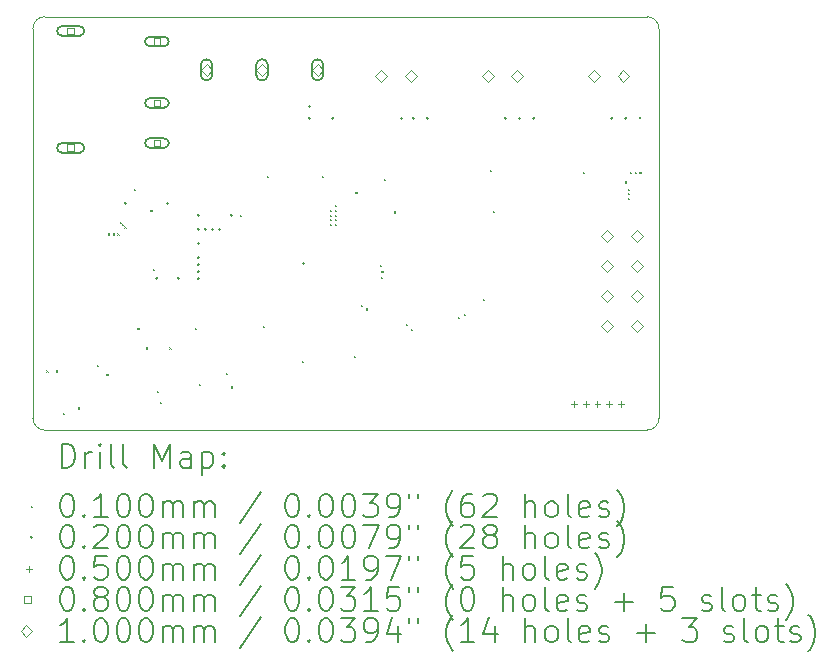
<source format=gbr>
%TF.GenerationSoftware,KiCad,Pcbnew,7.0.1*%
%TF.CreationDate,2023-04-06T23:33:11+08:00*%
%TF.ProjectId,Warehouse-on-STM32,57617265-686f-4757-9365-2d6f6e2d5354,rev?*%
%TF.SameCoordinates,Original*%
%TF.FileFunction,Drillmap*%
%TF.FilePolarity,Positive*%
%FSLAX45Y45*%
G04 Gerber Fmt 4.5, Leading zero omitted, Abs format (unit mm)*
G04 Created by KiCad (PCBNEW 7.0.1) date 2023-04-06 23:33:11*
%MOMM*%
%LPD*%
G01*
G04 APERTURE LIST*
%ADD10C,0.100000*%
%ADD11C,0.200000*%
%ADD12C,0.010000*%
%ADD13C,0.020000*%
%ADD14C,0.050000*%
%ADD15C,0.080000*%
G04 APERTURE END LIST*
D10*
X15200000Y-13500000D02*
G75*
G03*
X15300000Y-13400000I0J100000D01*
G01*
X10000000Y-10100000D02*
X10000000Y-13400000D01*
X10000000Y-13400000D02*
G75*
G03*
X10100000Y-13500000I100000J0D01*
G01*
X15300000Y-10100000D02*
G75*
G03*
X15200000Y-10000000I-100000J0D01*
G01*
X10100000Y-10000000D02*
G75*
G03*
X10000000Y-10100000I0J-100000D01*
G01*
X15200000Y-10000000D02*
X10100000Y-10000000D01*
X10100000Y-13500000D02*
X15200000Y-13500000D01*
X15300000Y-13400000D02*
X15300000Y-10100000D01*
D11*
D12*
X10115000Y-12995000D02*
X10125000Y-13005000D01*
X10125000Y-12995000D02*
X10115000Y-13005000D01*
X10195000Y-12995000D02*
X10205000Y-13005000D01*
X10205000Y-12995000D02*
X10195000Y-13005000D01*
X10255000Y-13355000D02*
X10265000Y-13365000D01*
X10265000Y-13355000D02*
X10255000Y-13365000D01*
X10382150Y-13307850D02*
X10392150Y-13317850D01*
X10392150Y-13307850D02*
X10382150Y-13317850D01*
X10545000Y-12950000D02*
X10555000Y-12960000D01*
X10555000Y-12950000D02*
X10545000Y-12960000D01*
X10622850Y-13027850D02*
X10632850Y-13037850D01*
X10632850Y-13027850D02*
X10622850Y-13037850D01*
X10635000Y-11835000D02*
X10645000Y-11845000D01*
X10645000Y-11835000D02*
X10635000Y-11845000D01*
X10675000Y-11835000D02*
X10685000Y-11845000D01*
X10685000Y-11835000D02*
X10675000Y-11845000D01*
X10715000Y-11835000D02*
X10725000Y-11845000D01*
X10725000Y-11835000D02*
X10715000Y-11845000D01*
X10735000Y-11735000D02*
X10745000Y-11745000D01*
X10745000Y-11735000D02*
X10735000Y-11745000D01*
X10755000Y-11755000D02*
X10765000Y-11765000D01*
X10765000Y-11755000D02*
X10755000Y-11765000D01*
X10775000Y-11775000D02*
X10785000Y-11785000D01*
X10785000Y-11775000D02*
X10775000Y-11785000D01*
X10855000Y-11455000D02*
X10865000Y-11465000D01*
X10865000Y-11455000D02*
X10855000Y-11465000D01*
X10885000Y-12635000D02*
X10895000Y-12645000D01*
X10895000Y-12635000D02*
X10885000Y-12645000D01*
X10955000Y-12800000D02*
X10965000Y-12810000D01*
X10965000Y-12800000D02*
X10955000Y-12810000D01*
X10995000Y-11635000D02*
X11005000Y-11645000D01*
X11005000Y-11635000D02*
X10995000Y-11645000D01*
X11015000Y-12135000D02*
X11025000Y-12145000D01*
X11025000Y-12135000D02*
X11015000Y-12145000D01*
X11050000Y-13167850D02*
X11060000Y-13177850D01*
X11060000Y-13167850D02*
X11050000Y-13177850D01*
X11077850Y-13262850D02*
X11087850Y-13272850D01*
X11087850Y-13262850D02*
X11077850Y-13272850D01*
X11155000Y-12800000D02*
X11165000Y-12810000D01*
X11165000Y-12800000D02*
X11155000Y-12810000D01*
X11371000Y-12634000D02*
X11381000Y-12644000D01*
X11381000Y-12634000D02*
X11371000Y-12644000D01*
X11408750Y-13111250D02*
X11418750Y-13121250D01*
X11418750Y-13111250D02*
X11408750Y-13121250D01*
X11635000Y-13015000D02*
X11645000Y-13025000D01*
X11645000Y-13015000D02*
X11635000Y-13025000D01*
X11675000Y-13130000D02*
X11685000Y-13140000D01*
X11685000Y-13130000D02*
X11675000Y-13140000D01*
X11755000Y-11675000D02*
X11765000Y-11685000D01*
X11765000Y-11675000D02*
X11755000Y-11685000D01*
X11950000Y-12615000D02*
X11960000Y-12625000D01*
X11960000Y-12615000D02*
X11950000Y-12625000D01*
X11982500Y-11345000D02*
X11992500Y-11355000D01*
X11992500Y-11345000D02*
X11982500Y-11355000D01*
X12275000Y-12915000D02*
X12285000Y-12925000D01*
X12285000Y-12915000D02*
X12275000Y-12925000D01*
X12445000Y-11345000D02*
X12455000Y-11355000D01*
X12455000Y-11345000D02*
X12445000Y-11355000D01*
X12515000Y-11635000D02*
X12525000Y-11645000D01*
X12525000Y-11635000D02*
X12515000Y-11645000D01*
X12515000Y-11675000D02*
X12525000Y-11685000D01*
X12525000Y-11675000D02*
X12515000Y-11685000D01*
X12515000Y-11715000D02*
X12525000Y-11725000D01*
X12525000Y-11715000D02*
X12515000Y-11725000D01*
X12515000Y-11755000D02*
X12525000Y-11765000D01*
X12525000Y-11755000D02*
X12515000Y-11765000D01*
X12555000Y-11595000D02*
X12565000Y-11605000D01*
X12565000Y-11595000D02*
X12555000Y-11605000D01*
X12555000Y-11635000D02*
X12565000Y-11645000D01*
X12565000Y-11635000D02*
X12555000Y-11645000D01*
X12555000Y-11675000D02*
X12565000Y-11685000D01*
X12565000Y-11675000D02*
X12555000Y-11685000D01*
X12555000Y-11715000D02*
X12565000Y-11725000D01*
X12565000Y-11715000D02*
X12555000Y-11725000D01*
X12555000Y-11755000D02*
X12565000Y-11765000D01*
X12565000Y-11755000D02*
X12555000Y-11765000D01*
X12715000Y-12875000D02*
X12725000Y-12885000D01*
X12725000Y-12875000D02*
X12715000Y-12885000D01*
X12730000Y-11485000D02*
X12740000Y-11495000D01*
X12740000Y-11485000D02*
X12730000Y-11495000D01*
X12780000Y-12440000D02*
X12790000Y-12450000D01*
X12790000Y-12440000D02*
X12780000Y-12450000D01*
X12820000Y-12470000D02*
X12830000Y-12480000D01*
X12830000Y-12470000D02*
X12820000Y-12480000D01*
X12940000Y-12100000D02*
X12950000Y-12110000D01*
X12950000Y-12100000D02*
X12940000Y-12110000D01*
X12945000Y-12200000D02*
X12955000Y-12210000D01*
X12955000Y-12200000D02*
X12945000Y-12210000D01*
X12950000Y-12150000D02*
X12960000Y-12160000D01*
X12960000Y-12150000D02*
X12950000Y-12160000D01*
X12975000Y-11375000D02*
X12985000Y-11385000D01*
X12985000Y-11375000D02*
X12975000Y-11385000D01*
X13058750Y-11648750D02*
X13068750Y-11658750D01*
X13068750Y-11648750D02*
X13058750Y-11658750D01*
X13155025Y-12600025D02*
X13165025Y-12610025D01*
X13165025Y-12600025D02*
X13155025Y-12610025D01*
X13200025Y-12640025D02*
X13210025Y-12650025D01*
X13210025Y-12640025D02*
X13200025Y-12650025D01*
X13600000Y-12545000D02*
X13610000Y-12555000D01*
X13610000Y-12545000D02*
X13600000Y-12555000D01*
X13650000Y-12515000D02*
X13660000Y-12525000D01*
X13660000Y-12515000D02*
X13650000Y-12525000D01*
X13811250Y-12391250D02*
X13821250Y-12401250D01*
X13821250Y-12391250D02*
X13811250Y-12401250D01*
X13870000Y-11295050D02*
X13880000Y-11305050D01*
X13880000Y-11295050D02*
X13870000Y-11305050D01*
X13895000Y-11645000D02*
X13905000Y-11655000D01*
X13905000Y-11645000D02*
X13895000Y-11655000D01*
X14655000Y-11315000D02*
X14665000Y-11325000D01*
X14665000Y-11315000D02*
X14655000Y-11325000D01*
X15015000Y-11395000D02*
X15025000Y-11405000D01*
X15025000Y-11395000D02*
X15015000Y-11405000D01*
X15035000Y-11455000D02*
X15045000Y-11465000D01*
X15045000Y-11455000D02*
X15035000Y-11465000D01*
X15035000Y-11495000D02*
X15045000Y-11505000D01*
X15045000Y-11495000D02*
X15035000Y-11505000D01*
X15035000Y-11535000D02*
X15045000Y-11545000D01*
X15045000Y-11535000D02*
X15035000Y-11545000D01*
X15055000Y-11315000D02*
X15065000Y-11325000D01*
X15065000Y-11315000D02*
X15055000Y-11325000D01*
X15095000Y-11315000D02*
X15105000Y-11325000D01*
X15105000Y-11315000D02*
X15095000Y-11325000D01*
X15135000Y-11315000D02*
X15145000Y-11325000D01*
X15145000Y-11315000D02*
X15135000Y-11325000D01*
D13*
X10790000Y-11580000D02*
G75*
G03*
X10790000Y-11580000I-10000J0D01*
G01*
X11060000Y-12215000D02*
G75*
G03*
X11060000Y-12215000I-10000J0D01*
G01*
X11150000Y-11580000D02*
G75*
G03*
X11150000Y-11580000I-10000J0D01*
G01*
X11240000Y-12215000D02*
G75*
G03*
X11240000Y-12215000I-10000J0D01*
G01*
X11410000Y-11680000D02*
G75*
G03*
X11410000Y-11680000I-10000J0D01*
G01*
X11410000Y-11800000D02*
G75*
G03*
X11410000Y-11800000I-10000J0D01*
G01*
X11410000Y-11920000D02*
G75*
G03*
X11410000Y-11920000I-10000J0D01*
G01*
X11410000Y-12040000D02*
G75*
G03*
X11410000Y-12040000I-10000J0D01*
G01*
X11410000Y-12100000D02*
G75*
G03*
X11410000Y-12100000I-10000J0D01*
G01*
X11410000Y-12160000D02*
G75*
G03*
X11410000Y-12160000I-10000J0D01*
G01*
X11410000Y-12220000D02*
G75*
G03*
X11410000Y-12220000I-10000J0D01*
G01*
X11470000Y-11800000D02*
G75*
G03*
X11470000Y-11800000I-10000J0D01*
G01*
X11530000Y-11800000D02*
G75*
G03*
X11530000Y-11800000I-10000J0D01*
G01*
X11590000Y-11800000D02*
G75*
G03*
X11590000Y-11800000I-10000J0D01*
G01*
X11690000Y-11680000D02*
G75*
G03*
X11690000Y-11680000I-10000J0D01*
G01*
X12300000Y-12090000D02*
G75*
G03*
X12300000Y-12090000I-10000J0D01*
G01*
X12350000Y-10760000D02*
G75*
G03*
X12350000Y-10760000I-10000J0D01*
G01*
X12350000Y-10860000D02*
G75*
G03*
X12350000Y-10860000I-10000J0D01*
G01*
X12550000Y-10860000D02*
G75*
G03*
X12550000Y-10860000I-10000J0D01*
G01*
X13130000Y-10860000D02*
G75*
G03*
X13130000Y-10860000I-10000J0D01*
G01*
X13230000Y-10860000D02*
G75*
G03*
X13230000Y-10860000I-10000J0D01*
G01*
X13350000Y-10860000D02*
G75*
G03*
X13350000Y-10860000I-10000J0D01*
G01*
X14010000Y-10860000D02*
G75*
G03*
X14010000Y-10860000I-10000J0D01*
G01*
X14130000Y-10860000D02*
G75*
G03*
X14130000Y-10860000I-10000J0D01*
G01*
X14250000Y-10860000D02*
G75*
G03*
X14250000Y-10860000I-10000J0D01*
G01*
X14910000Y-10860000D02*
G75*
G03*
X14910000Y-10860000I-10000J0D01*
G01*
X15030000Y-10860000D02*
G75*
G03*
X15030000Y-10860000I-10000J0D01*
G01*
X15150000Y-10860000D02*
G75*
G03*
X15150000Y-10860000I-10000J0D01*
G01*
D14*
X14580000Y-13255000D02*
X14580000Y-13305000D01*
X14555000Y-13280000D02*
X14605000Y-13280000D01*
X14680000Y-13255000D02*
X14680000Y-13305000D01*
X14655000Y-13280000D02*
X14705000Y-13280000D01*
X14780000Y-13255000D02*
X14780000Y-13305000D01*
X14755000Y-13280000D02*
X14805000Y-13280000D01*
X14880000Y-13255000D02*
X14880000Y-13305000D01*
X14855000Y-13280000D02*
X14905000Y-13280000D01*
X14980000Y-13255000D02*
X14980000Y-13305000D01*
X14955000Y-13280000D02*
X15005000Y-13280000D01*
D15*
X10348285Y-10148285D02*
X10348285Y-10091716D01*
X10291716Y-10091716D01*
X10291716Y-10148285D01*
X10348285Y-10148285D01*
D11*
X10395000Y-10080000D02*
X10245000Y-10080000D01*
X10245000Y-10080000D02*
G75*
G03*
X10245000Y-10160000I0J-40000D01*
G01*
X10245000Y-10160000D02*
X10395000Y-10160000D01*
X10395000Y-10160000D02*
G75*
G03*
X10395000Y-10080000I0J40000D01*
G01*
D15*
X10348285Y-11138285D02*
X10348285Y-11081716D01*
X10291716Y-11081716D01*
X10291716Y-11138285D01*
X10348285Y-11138285D01*
D11*
X10395000Y-11070000D02*
X10245000Y-11070000D01*
X10245000Y-11070000D02*
G75*
G03*
X10245000Y-11150000I0J-40000D01*
G01*
X10245000Y-11150000D02*
X10395000Y-11150000D01*
X10395000Y-11150000D02*
G75*
G03*
X10395000Y-11070000I0J40000D01*
G01*
D15*
X11078285Y-10238285D02*
X11078285Y-10181716D01*
X11021716Y-10181716D01*
X11021716Y-10238285D01*
X11078285Y-10238285D01*
D11*
X11110000Y-10170000D02*
X10990000Y-10170000D01*
X10990000Y-10170000D02*
G75*
G03*
X10990000Y-10250000I0J-40000D01*
G01*
X10990000Y-10250000D02*
X11110000Y-10250000D01*
X11110000Y-10250000D02*
G75*
G03*
X11110000Y-10170000I0J40000D01*
G01*
D15*
X11078285Y-10758285D02*
X11078285Y-10701716D01*
X11021716Y-10701716D01*
X11021716Y-10758285D01*
X11078285Y-10758285D01*
D11*
X11110000Y-10690000D02*
X10990000Y-10690000D01*
X10990000Y-10690000D02*
G75*
G03*
X10990000Y-10770000I0J-40000D01*
G01*
X10990000Y-10770000D02*
X11110000Y-10770000D01*
X11110000Y-10770000D02*
G75*
G03*
X11110000Y-10690000I0J40000D01*
G01*
D15*
X11078285Y-11098285D02*
X11078285Y-11041716D01*
X11021716Y-11041716D01*
X11021716Y-11098285D01*
X11078285Y-11098285D01*
D11*
X11110000Y-11030000D02*
X10990000Y-11030000D01*
X10990000Y-11030000D02*
G75*
G03*
X10990000Y-11110000I0J-40000D01*
G01*
X10990000Y-11110000D02*
X11110000Y-11110000D01*
X11110000Y-11110000D02*
G75*
G03*
X11110000Y-11030000I0J40000D01*
G01*
D10*
X11470000Y-10500000D02*
X11520000Y-10450000D01*
X11470000Y-10400000D01*
X11420000Y-10450000D01*
X11470000Y-10500000D01*
D11*
X11520000Y-10490000D02*
X11520000Y-10410000D01*
X11520000Y-10410000D02*
G75*
G03*
X11420000Y-10410000I-50000J0D01*
G01*
X11420000Y-10410000D02*
X11420000Y-10490000D01*
X11420000Y-10490000D02*
G75*
G03*
X11520000Y-10490000I50000J0D01*
G01*
D10*
X11940000Y-10500000D02*
X11990000Y-10450000D01*
X11940000Y-10400000D01*
X11890000Y-10450000D01*
X11940000Y-10500000D01*
D11*
X11990000Y-10490000D02*
X11990000Y-10410000D01*
X11990000Y-10410000D02*
G75*
G03*
X11890000Y-10410000I-50000J0D01*
G01*
X11890000Y-10410000D02*
X11890000Y-10490000D01*
X11890000Y-10490000D02*
G75*
G03*
X11990000Y-10490000I50000J0D01*
G01*
D10*
X12410000Y-10500000D02*
X12460000Y-10450000D01*
X12410000Y-10400000D01*
X12360000Y-10450000D01*
X12410000Y-10500000D01*
D11*
X12460000Y-10490000D02*
X12460000Y-10410000D01*
X12460000Y-10410000D02*
G75*
G03*
X12360000Y-10410000I-50000J0D01*
G01*
X12360000Y-10410000D02*
X12360000Y-10490000D01*
X12360000Y-10490000D02*
G75*
G03*
X12460000Y-10490000I50000J0D01*
G01*
D10*
X12950000Y-10550000D02*
X13000000Y-10500000D01*
X12950000Y-10450000D01*
X12900000Y-10500000D01*
X12950000Y-10550000D01*
X13200000Y-10550000D02*
X13250000Y-10500000D01*
X13200000Y-10450000D01*
X13150000Y-10500000D01*
X13200000Y-10550000D01*
X13850000Y-10550000D02*
X13900000Y-10500000D01*
X13850000Y-10450000D01*
X13800000Y-10500000D01*
X13850000Y-10550000D01*
X14100000Y-10550000D02*
X14150000Y-10500000D01*
X14100000Y-10450000D01*
X14050000Y-10500000D01*
X14100000Y-10550000D01*
X14750000Y-10550000D02*
X14800000Y-10500000D01*
X14750000Y-10450000D01*
X14700000Y-10500000D01*
X14750000Y-10550000D01*
X14860000Y-11908000D02*
X14910000Y-11858000D01*
X14860000Y-11808000D01*
X14810000Y-11858000D01*
X14860000Y-11908000D01*
X14860000Y-12162000D02*
X14910000Y-12112000D01*
X14860000Y-12062000D01*
X14810000Y-12112000D01*
X14860000Y-12162000D01*
X14860000Y-12416000D02*
X14910000Y-12366000D01*
X14860000Y-12316000D01*
X14810000Y-12366000D01*
X14860000Y-12416000D01*
X14860000Y-12670000D02*
X14910000Y-12620000D01*
X14860000Y-12570000D01*
X14810000Y-12620000D01*
X14860000Y-12670000D01*
X15000000Y-10550000D02*
X15050000Y-10500000D01*
X15000000Y-10450000D01*
X14950000Y-10500000D01*
X15000000Y-10550000D01*
X15114000Y-11908000D02*
X15164000Y-11858000D01*
X15114000Y-11808000D01*
X15064000Y-11858000D01*
X15114000Y-11908000D01*
X15114000Y-12162000D02*
X15164000Y-12112000D01*
X15114000Y-12062000D01*
X15064000Y-12112000D01*
X15114000Y-12162000D01*
X15114000Y-12416000D02*
X15164000Y-12366000D01*
X15114000Y-12316000D01*
X15064000Y-12366000D01*
X15114000Y-12416000D01*
X15114000Y-12670000D02*
X15164000Y-12620000D01*
X15114000Y-12570000D01*
X15064000Y-12620000D01*
X15114000Y-12670000D01*
D11*
X10242619Y-13817524D02*
X10242619Y-13617524D01*
X10242619Y-13617524D02*
X10290238Y-13617524D01*
X10290238Y-13617524D02*
X10318810Y-13627048D01*
X10318810Y-13627048D02*
X10337857Y-13646095D01*
X10337857Y-13646095D02*
X10347381Y-13665143D01*
X10347381Y-13665143D02*
X10356905Y-13703238D01*
X10356905Y-13703238D02*
X10356905Y-13731809D01*
X10356905Y-13731809D02*
X10347381Y-13769905D01*
X10347381Y-13769905D02*
X10337857Y-13788952D01*
X10337857Y-13788952D02*
X10318810Y-13808000D01*
X10318810Y-13808000D02*
X10290238Y-13817524D01*
X10290238Y-13817524D02*
X10242619Y-13817524D01*
X10442619Y-13817524D02*
X10442619Y-13684190D01*
X10442619Y-13722286D02*
X10452143Y-13703238D01*
X10452143Y-13703238D02*
X10461667Y-13693714D01*
X10461667Y-13693714D02*
X10480714Y-13684190D01*
X10480714Y-13684190D02*
X10499762Y-13684190D01*
X10566429Y-13817524D02*
X10566429Y-13684190D01*
X10566429Y-13617524D02*
X10556905Y-13627048D01*
X10556905Y-13627048D02*
X10566429Y-13636571D01*
X10566429Y-13636571D02*
X10575952Y-13627048D01*
X10575952Y-13627048D02*
X10566429Y-13617524D01*
X10566429Y-13617524D02*
X10566429Y-13636571D01*
X10690238Y-13817524D02*
X10671190Y-13808000D01*
X10671190Y-13808000D02*
X10661667Y-13788952D01*
X10661667Y-13788952D02*
X10661667Y-13617524D01*
X10795000Y-13817524D02*
X10775952Y-13808000D01*
X10775952Y-13808000D02*
X10766429Y-13788952D01*
X10766429Y-13788952D02*
X10766429Y-13617524D01*
X11023571Y-13817524D02*
X11023571Y-13617524D01*
X11023571Y-13617524D02*
X11090238Y-13760381D01*
X11090238Y-13760381D02*
X11156905Y-13617524D01*
X11156905Y-13617524D02*
X11156905Y-13817524D01*
X11337857Y-13817524D02*
X11337857Y-13712762D01*
X11337857Y-13712762D02*
X11328333Y-13693714D01*
X11328333Y-13693714D02*
X11309286Y-13684190D01*
X11309286Y-13684190D02*
X11271190Y-13684190D01*
X11271190Y-13684190D02*
X11252143Y-13693714D01*
X11337857Y-13808000D02*
X11318809Y-13817524D01*
X11318809Y-13817524D02*
X11271190Y-13817524D01*
X11271190Y-13817524D02*
X11252143Y-13808000D01*
X11252143Y-13808000D02*
X11242619Y-13788952D01*
X11242619Y-13788952D02*
X11242619Y-13769905D01*
X11242619Y-13769905D02*
X11252143Y-13750857D01*
X11252143Y-13750857D02*
X11271190Y-13741333D01*
X11271190Y-13741333D02*
X11318809Y-13741333D01*
X11318809Y-13741333D02*
X11337857Y-13731809D01*
X11433095Y-13684190D02*
X11433095Y-13884190D01*
X11433095Y-13693714D02*
X11452143Y-13684190D01*
X11452143Y-13684190D02*
X11490238Y-13684190D01*
X11490238Y-13684190D02*
X11509286Y-13693714D01*
X11509286Y-13693714D02*
X11518809Y-13703238D01*
X11518809Y-13703238D02*
X11528333Y-13722286D01*
X11528333Y-13722286D02*
X11528333Y-13779428D01*
X11528333Y-13779428D02*
X11518809Y-13798476D01*
X11518809Y-13798476D02*
X11509286Y-13808000D01*
X11509286Y-13808000D02*
X11490238Y-13817524D01*
X11490238Y-13817524D02*
X11452143Y-13817524D01*
X11452143Y-13817524D02*
X11433095Y-13808000D01*
X11614048Y-13798476D02*
X11623571Y-13808000D01*
X11623571Y-13808000D02*
X11614048Y-13817524D01*
X11614048Y-13817524D02*
X11604524Y-13808000D01*
X11604524Y-13808000D02*
X11614048Y-13798476D01*
X11614048Y-13798476D02*
X11614048Y-13817524D01*
X11614048Y-13693714D02*
X11623571Y-13703238D01*
X11623571Y-13703238D02*
X11614048Y-13712762D01*
X11614048Y-13712762D02*
X11604524Y-13703238D01*
X11604524Y-13703238D02*
X11614048Y-13693714D01*
X11614048Y-13693714D02*
X11614048Y-13712762D01*
D12*
X9985000Y-14140000D02*
X9995000Y-14150000D01*
X9995000Y-14140000D02*
X9985000Y-14150000D01*
D11*
X10280714Y-14037524D02*
X10299762Y-14037524D01*
X10299762Y-14037524D02*
X10318810Y-14047048D01*
X10318810Y-14047048D02*
X10328333Y-14056571D01*
X10328333Y-14056571D02*
X10337857Y-14075619D01*
X10337857Y-14075619D02*
X10347381Y-14113714D01*
X10347381Y-14113714D02*
X10347381Y-14161333D01*
X10347381Y-14161333D02*
X10337857Y-14199428D01*
X10337857Y-14199428D02*
X10328333Y-14218476D01*
X10328333Y-14218476D02*
X10318810Y-14228000D01*
X10318810Y-14228000D02*
X10299762Y-14237524D01*
X10299762Y-14237524D02*
X10280714Y-14237524D01*
X10280714Y-14237524D02*
X10261667Y-14228000D01*
X10261667Y-14228000D02*
X10252143Y-14218476D01*
X10252143Y-14218476D02*
X10242619Y-14199428D01*
X10242619Y-14199428D02*
X10233095Y-14161333D01*
X10233095Y-14161333D02*
X10233095Y-14113714D01*
X10233095Y-14113714D02*
X10242619Y-14075619D01*
X10242619Y-14075619D02*
X10252143Y-14056571D01*
X10252143Y-14056571D02*
X10261667Y-14047048D01*
X10261667Y-14047048D02*
X10280714Y-14037524D01*
X10433095Y-14218476D02*
X10442619Y-14228000D01*
X10442619Y-14228000D02*
X10433095Y-14237524D01*
X10433095Y-14237524D02*
X10423571Y-14228000D01*
X10423571Y-14228000D02*
X10433095Y-14218476D01*
X10433095Y-14218476D02*
X10433095Y-14237524D01*
X10633095Y-14237524D02*
X10518810Y-14237524D01*
X10575952Y-14237524D02*
X10575952Y-14037524D01*
X10575952Y-14037524D02*
X10556905Y-14066095D01*
X10556905Y-14066095D02*
X10537857Y-14085143D01*
X10537857Y-14085143D02*
X10518810Y-14094667D01*
X10756905Y-14037524D02*
X10775952Y-14037524D01*
X10775952Y-14037524D02*
X10795000Y-14047048D01*
X10795000Y-14047048D02*
X10804524Y-14056571D01*
X10804524Y-14056571D02*
X10814048Y-14075619D01*
X10814048Y-14075619D02*
X10823571Y-14113714D01*
X10823571Y-14113714D02*
X10823571Y-14161333D01*
X10823571Y-14161333D02*
X10814048Y-14199428D01*
X10814048Y-14199428D02*
X10804524Y-14218476D01*
X10804524Y-14218476D02*
X10795000Y-14228000D01*
X10795000Y-14228000D02*
X10775952Y-14237524D01*
X10775952Y-14237524D02*
X10756905Y-14237524D01*
X10756905Y-14237524D02*
X10737857Y-14228000D01*
X10737857Y-14228000D02*
X10728333Y-14218476D01*
X10728333Y-14218476D02*
X10718810Y-14199428D01*
X10718810Y-14199428D02*
X10709286Y-14161333D01*
X10709286Y-14161333D02*
X10709286Y-14113714D01*
X10709286Y-14113714D02*
X10718810Y-14075619D01*
X10718810Y-14075619D02*
X10728333Y-14056571D01*
X10728333Y-14056571D02*
X10737857Y-14047048D01*
X10737857Y-14047048D02*
X10756905Y-14037524D01*
X10947381Y-14037524D02*
X10966429Y-14037524D01*
X10966429Y-14037524D02*
X10985476Y-14047048D01*
X10985476Y-14047048D02*
X10995000Y-14056571D01*
X10995000Y-14056571D02*
X11004524Y-14075619D01*
X11004524Y-14075619D02*
X11014048Y-14113714D01*
X11014048Y-14113714D02*
X11014048Y-14161333D01*
X11014048Y-14161333D02*
X11004524Y-14199428D01*
X11004524Y-14199428D02*
X10995000Y-14218476D01*
X10995000Y-14218476D02*
X10985476Y-14228000D01*
X10985476Y-14228000D02*
X10966429Y-14237524D01*
X10966429Y-14237524D02*
X10947381Y-14237524D01*
X10947381Y-14237524D02*
X10928333Y-14228000D01*
X10928333Y-14228000D02*
X10918810Y-14218476D01*
X10918810Y-14218476D02*
X10909286Y-14199428D01*
X10909286Y-14199428D02*
X10899762Y-14161333D01*
X10899762Y-14161333D02*
X10899762Y-14113714D01*
X10899762Y-14113714D02*
X10909286Y-14075619D01*
X10909286Y-14075619D02*
X10918810Y-14056571D01*
X10918810Y-14056571D02*
X10928333Y-14047048D01*
X10928333Y-14047048D02*
X10947381Y-14037524D01*
X11099762Y-14237524D02*
X11099762Y-14104190D01*
X11099762Y-14123238D02*
X11109286Y-14113714D01*
X11109286Y-14113714D02*
X11128333Y-14104190D01*
X11128333Y-14104190D02*
X11156905Y-14104190D01*
X11156905Y-14104190D02*
X11175952Y-14113714D01*
X11175952Y-14113714D02*
X11185476Y-14132762D01*
X11185476Y-14132762D02*
X11185476Y-14237524D01*
X11185476Y-14132762D02*
X11195000Y-14113714D01*
X11195000Y-14113714D02*
X11214048Y-14104190D01*
X11214048Y-14104190D02*
X11242619Y-14104190D01*
X11242619Y-14104190D02*
X11261667Y-14113714D01*
X11261667Y-14113714D02*
X11271190Y-14132762D01*
X11271190Y-14132762D02*
X11271190Y-14237524D01*
X11366429Y-14237524D02*
X11366429Y-14104190D01*
X11366429Y-14123238D02*
X11375952Y-14113714D01*
X11375952Y-14113714D02*
X11395000Y-14104190D01*
X11395000Y-14104190D02*
X11423571Y-14104190D01*
X11423571Y-14104190D02*
X11442619Y-14113714D01*
X11442619Y-14113714D02*
X11452143Y-14132762D01*
X11452143Y-14132762D02*
X11452143Y-14237524D01*
X11452143Y-14132762D02*
X11461667Y-14113714D01*
X11461667Y-14113714D02*
X11480714Y-14104190D01*
X11480714Y-14104190D02*
X11509286Y-14104190D01*
X11509286Y-14104190D02*
X11528333Y-14113714D01*
X11528333Y-14113714D02*
X11537857Y-14132762D01*
X11537857Y-14132762D02*
X11537857Y-14237524D01*
X11928333Y-14028000D02*
X11756905Y-14285143D01*
X12185476Y-14037524D02*
X12204524Y-14037524D01*
X12204524Y-14037524D02*
X12223572Y-14047048D01*
X12223572Y-14047048D02*
X12233095Y-14056571D01*
X12233095Y-14056571D02*
X12242619Y-14075619D01*
X12242619Y-14075619D02*
X12252143Y-14113714D01*
X12252143Y-14113714D02*
X12252143Y-14161333D01*
X12252143Y-14161333D02*
X12242619Y-14199428D01*
X12242619Y-14199428D02*
X12233095Y-14218476D01*
X12233095Y-14218476D02*
X12223572Y-14228000D01*
X12223572Y-14228000D02*
X12204524Y-14237524D01*
X12204524Y-14237524D02*
X12185476Y-14237524D01*
X12185476Y-14237524D02*
X12166429Y-14228000D01*
X12166429Y-14228000D02*
X12156905Y-14218476D01*
X12156905Y-14218476D02*
X12147381Y-14199428D01*
X12147381Y-14199428D02*
X12137857Y-14161333D01*
X12137857Y-14161333D02*
X12137857Y-14113714D01*
X12137857Y-14113714D02*
X12147381Y-14075619D01*
X12147381Y-14075619D02*
X12156905Y-14056571D01*
X12156905Y-14056571D02*
X12166429Y-14047048D01*
X12166429Y-14047048D02*
X12185476Y-14037524D01*
X12337857Y-14218476D02*
X12347381Y-14228000D01*
X12347381Y-14228000D02*
X12337857Y-14237524D01*
X12337857Y-14237524D02*
X12328333Y-14228000D01*
X12328333Y-14228000D02*
X12337857Y-14218476D01*
X12337857Y-14218476D02*
X12337857Y-14237524D01*
X12471191Y-14037524D02*
X12490238Y-14037524D01*
X12490238Y-14037524D02*
X12509286Y-14047048D01*
X12509286Y-14047048D02*
X12518810Y-14056571D01*
X12518810Y-14056571D02*
X12528333Y-14075619D01*
X12528333Y-14075619D02*
X12537857Y-14113714D01*
X12537857Y-14113714D02*
X12537857Y-14161333D01*
X12537857Y-14161333D02*
X12528333Y-14199428D01*
X12528333Y-14199428D02*
X12518810Y-14218476D01*
X12518810Y-14218476D02*
X12509286Y-14228000D01*
X12509286Y-14228000D02*
X12490238Y-14237524D01*
X12490238Y-14237524D02*
X12471191Y-14237524D01*
X12471191Y-14237524D02*
X12452143Y-14228000D01*
X12452143Y-14228000D02*
X12442619Y-14218476D01*
X12442619Y-14218476D02*
X12433095Y-14199428D01*
X12433095Y-14199428D02*
X12423572Y-14161333D01*
X12423572Y-14161333D02*
X12423572Y-14113714D01*
X12423572Y-14113714D02*
X12433095Y-14075619D01*
X12433095Y-14075619D02*
X12442619Y-14056571D01*
X12442619Y-14056571D02*
X12452143Y-14047048D01*
X12452143Y-14047048D02*
X12471191Y-14037524D01*
X12661667Y-14037524D02*
X12680714Y-14037524D01*
X12680714Y-14037524D02*
X12699762Y-14047048D01*
X12699762Y-14047048D02*
X12709286Y-14056571D01*
X12709286Y-14056571D02*
X12718810Y-14075619D01*
X12718810Y-14075619D02*
X12728333Y-14113714D01*
X12728333Y-14113714D02*
X12728333Y-14161333D01*
X12728333Y-14161333D02*
X12718810Y-14199428D01*
X12718810Y-14199428D02*
X12709286Y-14218476D01*
X12709286Y-14218476D02*
X12699762Y-14228000D01*
X12699762Y-14228000D02*
X12680714Y-14237524D01*
X12680714Y-14237524D02*
X12661667Y-14237524D01*
X12661667Y-14237524D02*
X12642619Y-14228000D01*
X12642619Y-14228000D02*
X12633095Y-14218476D01*
X12633095Y-14218476D02*
X12623572Y-14199428D01*
X12623572Y-14199428D02*
X12614048Y-14161333D01*
X12614048Y-14161333D02*
X12614048Y-14113714D01*
X12614048Y-14113714D02*
X12623572Y-14075619D01*
X12623572Y-14075619D02*
X12633095Y-14056571D01*
X12633095Y-14056571D02*
X12642619Y-14047048D01*
X12642619Y-14047048D02*
X12661667Y-14037524D01*
X12795000Y-14037524D02*
X12918810Y-14037524D01*
X12918810Y-14037524D02*
X12852143Y-14113714D01*
X12852143Y-14113714D02*
X12880714Y-14113714D01*
X12880714Y-14113714D02*
X12899762Y-14123238D01*
X12899762Y-14123238D02*
X12909286Y-14132762D01*
X12909286Y-14132762D02*
X12918810Y-14151809D01*
X12918810Y-14151809D02*
X12918810Y-14199428D01*
X12918810Y-14199428D02*
X12909286Y-14218476D01*
X12909286Y-14218476D02*
X12899762Y-14228000D01*
X12899762Y-14228000D02*
X12880714Y-14237524D01*
X12880714Y-14237524D02*
X12823572Y-14237524D01*
X12823572Y-14237524D02*
X12804524Y-14228000D01*
X12804524Y-14228000D02*
X12795000Y-14218476D01*
X13014048Y-14237524D02*
X13052143Y-14237524D01*
X13052143Y-14237524D02*
X13071191Y-14228000D01*
X13071191Y-14228000D02*
X13080714Y-14218476D01*
X13080714Y-14218476D02*
X13099762Y-14189905D01*
X13099762Y-14189905D02*
X13109286Y-14151809D01*
X13109286Y-14151809D02*
X13109286Y-14075619D01*
X13109286Y-14075619D02*
X13099762Y-14056571D01*
X13099762Y-14056571D02*
X13090238Y-14047048D01*
X13090238Y-14047048D02*
X13071191Y-14037524D01*
X13071191Y-14037524D02*
X13033095Y-14037524D01*
X13033095Y-14037524D02*
X13014048Y-14047048D01*
X13014048Y-14047048D02*
X13004524Y-14056571D01*
X13004524Y-14056571D02*
X12995000Y-14075619D01*
X12995000Y-14075619D02*
X12995000Y-14123238D01*
X12995000Y-14123238D02*
X13004524Y-14142286D01*
X13004524Y-14142286D02*
X13014048Y-14151809D01*
X13014048Y-14151809D02*
X13033095Y-14161333D01*
X13033095Y-14161333D02*
X13071191Y-14161333D01*
X13071191Y-14161333D02*
X13090238Y-14151809D01*
X13090238Y-14151809D02*
X13099762Y-14142286D01*
X13099762Y-14142286D02*
X13109286Y-14123238D01*
X13185476Y-14037524D02*
X13185476Y-14075619D01*
X13261667Y-14037524D02*
X13261667Y-14075619D01*
X13556905Y-14313714D02*
X13547381Y-14304190D01*
X13547381Y-14304190D02*
X13528334Y-14275619D01*
X13528334Y-14275619D02*
X13518810Y-14256571D01*
X13518810Y-14256571D02*
X13509286Y-14228000D01*
X13509286Y-14228000D02*
X13499762Y-14180381D01*
X13499762Y-14180381D02*
X13499762Y-14142286D01*
X13499762Y-14142286D02*
X13509286Y-14094667D01*
X13509286Y-14094667D02*
X13518810Y-14066095D01*
X13518810Y-14066095D02*
X13528334Y-14047048D01*
X13528334Y-14047048D02*
X13547381Y-14018476D01*
X13547381Y-14018476D02*
X13556905Y-14008952D01*
X13718810Y-14037524D02*
X13680714Y-14037524D01*
X13680714Y-14037524D02*
X13661667Y-14047048D01*
X13661667Y-14047048D02*
X13652143Y-14056571D01*
X13652143Y-14056571D02*
X13633095Y-14085143D01*
X13633095Y-14085143D02*
X13623572Y-14123238D01*
X13623572Y-14123238D02*
X13623572Y-14199428D01*
X13623572Y-14199428D02*
X13633095Y-14218476D01*
X13633095Y-14218476D02*
X13642619Y-14228000D01*
X13642619Y-14228000D02*
X13661667Y-14237524D01*
X13661667Y-14237524D02*
X13699762Y-14237524D01*
X13699762Y-14237524D02*
X13718810Y-14228000D01*
X13718810Y-14228000D02*
X13728334Y-14218476D01*
X13728334Y-14218476D02*
X13737857Y-14199428D01*
X13737857Y-14199428D02*
X13737857Y-14151809D01*
X13737857Y-14151809D02*
X13728334Y-14132762D01*
X13728334Y-14132762D02*
X13718810Y-14123238D01*
X13718810Y-14123238D02*
X13699762Y-14113714D01*
X13699762Y-14113714D02*
X13661667Y-14113714D01*
X13661667Y-14113714D02*
X13642619Y-14123238D01*
X13642619Y-14123238D02*
X13633095Y-14132762D01*
X13633095Y-14132762D02*
X13623572Y-14151809D01*
X13814048Y-14056571D02*
X13823572Y-14047048D01*
X13823572Y-14047048D02*
X13842619Y-14037524D01*
X13842619Y-14037524D02*
X13890238Y-14037524D01*
X13890238Y-14037524D02*
X13909286Y-14047048D01*
X13909286Y-14047048D02*
X13918810Y-14056571D01*
X13918810Y-14056571D02*
X13928334Y-14075619D01*
X13928334Y-14075619D02*
X13928334Y-14094667D01*
X13928334Y-14094667D02*
X13918810Y-14123238D01*
X13918810Y-14123238D02*
X13804524Y-14237524D01*
X13804524Y-14237524D02*
X13928334Y-14237524D01*
X14166429Y-14237524D02*
X14166429Y-14037524D01*
X14252143Y-14237524D02*
X14252143Y-14132762D01*
X14252143Y-14132762D02*
X14242619Y-14113714D01*
X14242619Y-14113714D02*
X14223572Y-14104190D01*
X14223572Y-14104190D02*
X14195000Y-14104190D01*
X14195000Y-14104190D02*
X14175953Y-14113714D01*
X14175953Y-14113714D02*
X14166429Y-14123238D01*
X14375953Y-14237524D02*
X14356905Y-14228000D01*
X14356905Y-14228000D02*
X14347381Y-14218476D01*
X14347381Y-14218476D02*
X14337857Y-14199428D01*
X14337857Y-14199428D02*
X14337857Y-14142286D01*
X14337857Y-14142286D02*
X14347381Y-14123238D01*
X14347381Y-14123238D02*
X14356905Y-14113714D01*
X14356905Y-14113714D02*
X14375953Y-14104190D01*
X14375953Y-14104190D02*
X14404524Y-14104190D01*
X14404524Y-14104190D02*
X14423572Y-14113714D01*
X14423572Y-14113714D02*
X14433096Y-14123238D01*
X14433096Y-14123238D02*
X14442619Y-14142286D01*
X14442619Y-14142286D02*
X14442619Y-14199428D01*
X14442619Y-14199428D02*
X14433096Y-14218476D01*
X14433096Y-14218476D02*
X14423572Y-14228000D01*
X14423572Y-14228000D02*
X14404524Y-14237524D01*
X14404524Y-14237524D02*
X14375953Y-14237524D01*
X14556905Y-14237524D02*
X14537857Y-14228000D01*
X14537857Y-14228000D02*
X14528334Y-14208952D01*
X14528334Y-14208952D02*
X14528334Y-14037524D01*
X14709286Y-14228000D02*
X14690238Y-14237524D01*
X14690238Y-14237524D02*
X14652143Y-14237524D01*
X14652143Y-14237524D02*
X14633096Y-14228000D01*
X14633096Y-14228000D02*
X14623572Y-14208952D01*
X14623572Y-14208952D02*
X14623572Y-14132762D01*
X14623572Y-14132762D02*
X14633096Y-14113714D01*
X14633096Y-14113714D02*
X14652143Y-14104190D01*
X14652143Y-14104190D02*
X14690238Y-14104190D01*
X14690238Y-14104190D02*
X14709286Y-14113714D01*
X14709286Y-14113714D02*
X14718810Y-14132762D01*
X14718810Y-14132762D02*
X14718810Y-14151809D01*
X14718810Y-14151809D02*
X14623572Y-14170857D01*
X14795000Y-14228000D02*
X14814048Y-14237524D01*
X14814048Y-14237524D02*
X14852143Y-14237524D01*
X14852143Y-14237524D02*
X14871191Y-14228000D01*
X14871191Y-14228000D02*
X14880715Y-14208952D01*
X14880715Y-14208952D02*
X14880715Y-14199428D01*
X14880715Y-14199428D02*
X14871191Y-14180381D01*
X14871191Y-14180381D02*
X14852143Y-14170857D01*
X14852143Y-14170857D02*
X14823572Y-14170857D01*
X14823572Y-14170857D02*
X14804524Y-14161333D01*
X14804524Y-14161333D02*
X14795000Y-14142286D01*
X14795000Y-14142286D02*
X14795000Y-14132762D01*
X14795000Y-14132762D02*
X14804524Y-14113714D01*
X14804524Y-14113714D02*
X14823572Y-14104190D01*
X14823572Y-14104190D02*
X14852143Y-14104190D01*
X14852143Y-14104190D02*
X14871191Y-14113714D01*
X14947381Y-14313714D02*
X14956905Y-14304190D01*
X14956905Y-14304190D02*
X14975953Y-14275619D01*
X14975953Y-14275619D02*
X14985477Y-14256571D01*
X14985477Y-14256571D02*
X14995000Y-14228000D01*
X14995000Y-14228000D02*
X15004524Y-14180381D01*
X15004524Y-14180381D02*
X15004524Y-14142286D01*
X15004524Y-14142286D02*
X14995000Y-14094667D01*
X14995000Y-14094667D02*
X14985477Y-14066095D01*
X14985477Y-14066095D02*
X14975953Y-14047048D01*
X14975953Y-14047048D02*
X14956905Y-14018476D01*
X14956905Y-14018476D02*
X14947381Y-14008952D01*
D13*
X9995000Y-14409000D02*
G75*
G03*
X9995000Y-14409000I-10000J0D01*
G01*
D11*
X10280714Y-14301524D02*
X10299762Y-14301524D01*
X10299762Y-14301524D02*
X10318810Y-14311048D01*
X10318810Y-14311048D02*
X10328333Y-14320571D01*
X10328333Y-14320571D02*
X10337857Y-14339619D01*
X10337857Y-14339619D02*
X10347381Y-14377714D01*
X10347381Y-14377714D02*
X10347381Y-14425333D01*
X10347381Y-14425333D02*
X10337857Y-14463428D01*
X10337857Y-14463428D02*
X10328333Y-14482476D01*
X10328333Y-14482476D02*
X10318810Y-14492000D01*
X10318810Y-14492000D02*
X10299762Y-14501524D01*
X10299762Y-14501524D02*
X10280714Y-14501524D01*
X10280714Y-14501524D02*
X10261667Y-14492000D01*
X10261667Y-14492000D02*
X10252143Y-14482476D01*
X10252143Y-14482476D02*
X10242619Y-14463428D01*
X10242619Y-14463428D02*
X10233095Y-14425333D01*
X10233095Y-14425333D02*
X10233095Y-14377714D01*
X10233095Y-14377714D02*
X10242619Y-14339619D01*
X10242619Y-14339619D02*
X10252143Y-14320571D01*
X10252143Y-14320571D02*
X10261667Y-14311048D01*
X10261667Y-14311048D02*
X10280714Y-14301524D01*
X10433095Y-14482476D02*
X10442619Y-14492000D01*
X10442619Y-14492000D02*
X10433095Y-14501524D01*
X10433095Y-14501524D02*
X10423571Y-14492000D01*
X10423571Y-14492000D02*
X10433095Y-14482476D01*
X10433095Y-14482476D02*
X10433095Y-14501524D01*
X10518810Y-14320571D02*
X10528333Y-14311048D01*
X10528333Y-14311048D02*
X10547381Y-14301524D01*
X10547381Y-14301524D02*
X10595000Y-14301524D01*
X10595000Y-14301524D02*
X10614048Y-14311048D01*
X10614048Y-14311048D02*
X10623571Y-14320571D01*
X10623571Y-14320571D02*
X10633095Y-14339619D01*
X10633095Y-14339619D02*
X10633095Y-14358667D01*
X10633095Y-14358667D02*
X10623571Y-14387238D01*
X10623571Y-14387238D02*
X10509286Y-14501524D01*
X10509286Y-14501524D02*
X10633095Y-14501524D01*
X10756905Y-14301524D02*
X10775952Y-14301524D01*
X10775952Y-14301524D02*
X10795000Y-14311048D01*
X10795000Y-14311048D02*
X10804524Y-14320571D01*
X10804524Y-14320571D02*
X10814048Y-14339619D01*
X10814048Y-14339619D02*
X10823571Y-14377714D01*
X10823571Y-14377714D02*
X10823571Y-14425333D01*
X10823571Y-14425333D02*
X10814048Y-14463428D01*
X10814048Y-14463428D02*
X10804524Y-14482476D01*
X10804524Y-14482476D02*
X10795000Y-14492000D01*
X10795000Y-14492000D02*
X10775952Y-14501524D01*
X10775952Y-14501524D02*
X10756905Y-14501524D01*
X10756905Y-14501524D02*
X10737857Y-14492000D01*
X10737857Y-14492000D02*
X10728333Y-14482476D01*
X10728333Y-14482476D02*
X10718810Y-14463428D01*
X10718810Y-14463428D02*
X10709286Y-14425333D01*
X10709286Y-14425333D02*
X10709286Y-14377714D01*
X10709286Y-14377714D02*
X10718810Y-14339619D01*
X10718810Y-14339619D02*
X10728333Y-14320571D01*
X10728333Y-14320571D02*
X10737857Y-14311048D01*
X10737857Y-14311048D02*
X10756905Y-14301524D01*
X10947381Y-14301524D02*
X10966429Y-14301524D01*
X10966429Y-14301524D02*
X10985476Y-14311048D01*
X10985476Y-14311048D02*
X10995000Y-14320571D01*
X10995000Y-14320571D02*
X11004524Y-14339619D01*
X11004524Y-14339619D02*
X11014048Y-14377714D01*
X11014048Y-14377714D02*
X11014048Y-14425333D01*
X11014048Y-14425333D02*
X11004524Y-14463428D01*
X11004524Y-14463428D02*
X10995000Y-14482476D01*
X10995000Y-14482476D02*
X10985476Y-14492000D01*
X10985476Y-14492000D02*
X10966429Y-14501524D01*
X10966429Y-14501524D02*
X10947381Y-14501524D01*
X10947381Y-14501524D02*
X10928333Y-14492000D01*
X10928333Y-14492000D02*
X10918810Y-14482476D01*
X10918810Y-14482476D02*
X10909286Y-14463428D01*
X10909286Y-14463428D02*
X10899762Y-14425333D01*
X10899762Y-14425333D02*
X10899762Y-14377714D01*
X10899762Y-14377714D02*
X10909286Y-14339619D01*
X10909286Y-14339619D02*
X10918810Y-14320571D01*
X10918810Y-14320571D02*
X10928333Y-14311048D01*
X10928333Y-14311048D02*
X10947381Y-14301524D01*
X11099762Y-14501524D02*
X11099762Y-14368190D01*
X11099762Y-14387238D02*
X11109286Y-14377714D01*
X11109286Y-14377714D02*
X11128333Y-14368190D01*
X11128333Y-14368190D02*
X11156905Y-14368190D01*
X11156905Y-14368190D02*
X11175952Y-14377714D01*
X11175952Y-14377714D02*
X11185476Y-14396762D01*
X11185476Y-14396762D02*
X11185476Y-14501524D01*
X11185476Y-14396762D02*
X11195000Y-14377714D01*
X11195000Y-14377714D02*
X11214048Y-14368190D01*
X11214048Y-14368190D02*
X11242619Y-14368190D01*
X11242619Y-14368190D02*
X11261667Y-14377714D01*
X11261667Y-14377714D02*
X11271190Y-14396762D01*
X11271190Y-14396762D02*
X11271190Y-14501524D01*
X11366429Y-14501524D02*
X11366429Y-14368190D01*
X11366429Y-14387238D02*
X11375952Y-14377714D01*
X11375952Y-14377714D02*
X11395000Y-14368190D01*
X11395000Y-14368190D02*
X11423571Y-14368190D01*
X11423571Y-14368190D02*
X11442619Y-14377714D01*
X11442619Y-14377714D02*
X11452143Y-14396762D01*
X11452143Y-14396762D02*
X11452143Y-14501524D01*
X11452143Y-14396762D02*
X11461667Y-14377714D01*
X11461667Y-14377714D02*
X11480714Y-14368190D01*
X11480714Y-14368190D02*
X11509286Y-14368190D01*
X11509286Y-14368190D02*
X11528333Y-14377714D01*
X11528333Y-14377714D02*
X11537857Y-14396762D01*
X11537857Y-14396762D02*
X11537857Y-14501524D01*
X11928333Y-14292000D02*
X11756905Y-14549143D01*
X12185476Y-14301524D02*
X12204524Y-14301524D01*
X12204524Y-14301524D02*
X12223572Y-14311048D01*
X12223572Y-14311048D02*
X12233095Y-14320571D01*
X12233095Y-14320571D02*
X12242619Y-14339619D01*
X12242619Y-14339619D02*
X12252143Y-14377714D01*
X12252143Y-14377714D02*
X12252143Y-14425333D01*
X12252143Y-14425333D02*
X12242619Y-14463428D01*
X12242619Y-14463428D02*
X12233095Y-14482476D01*
X12233095Y-14482476D02*
X12223572Y-14492000D01*
X12223572Y-14492000D02*
X12204524Y-14501524D01*
X12204524Y-14501524D02*
X12185476Y-14501524D01*
X12185476Y-14501524D02*
X12166429Y-14492000D01*
X12166429Y-14492000D02*
X12156905Y-14482476D01*
X12156905Y-14482476D02*
X12147381Y-14463428D01*
X12147381Y-14463428D02*
X12137857Y-14425333D01*
X12137857Y-14425333D02*
X12137857Y-14377714D01*
X12137857Y-14377714D02*
X12147381Y-14339619D01*
X12147381Y-14339619D02*
X12156905Y-14320571D01*
X12156905Y-14320571D02*
X12166429Y-14311048D01*
X12166429Y-14311048D02*
X12185476Y-14301524D01*
X12337857Y-14482476D02*
X12347381Y-14492000D01*
X12347381Y-14492000D02*
X12337857Y-14501524D01*
X12337857Y-14501524D02*
X12328333Y-14492000D01*
X12328333Y-14492000D02*
X12337857Y-14482476D01*
X12337857Y-14482476D02*
X12337857Y-14501524D01*
X12471191Y-14301524D02*
X12490238Y-14301524D01*
X12490238Y-14301524D02*
X12509286Y-14311048D01*
X12509286Y-14311048D02*
X12518810Y-14320571D01*
X12518810Y-14320571D02*
X12528333Y-14339619D01*
X12528333Y-14339619D02*
X12537857Y-14377714D01*
X12537857Y-14377714D02*
X12537857Y-14425333D01*
X12537857Y-14425333D02*
X12528333Y-14463428D01*
X12528333Y-14463428D02*
X12518810Y-14482476D01*
X12518810Y-14482476D02*
X12509286Y-14492000D01*
X12509286Y-14492000D02*
X12490238Y-14501524D01*
X12490238Y-14501524D02*
X12471191Y-14501524D01*
X12471191Y-14501524D02*
X12452143Y-14492000D01*
X12452143Y-14492000D02*
X12442619Y-14482476D01*
X12442619Y-14482476D02*
X12433095Y-14463428D01*
X12433095Y-14463428D02*
X12423572Y-14425333D01*
X12423572Y-14425333D02*
X12423572Y-14377714D01*
X12423572Y-14377714D02*
X12433095Y-14339619D01*
X12433095Y-14339619D02*
X12442619Y-14320571D01*
X12442619Y-14320571D02*
X12452143Y-14311048D01*
X12452143Y-14311048D02*
X12471191Y-14301524D01*
X12661667Y-14301524D02*
X12680714Y-14301524D01*
X12680714Y-14301524D02*
X12699762Y-14311048D01*
X12699762Y-14311048D02*
X12709286Y-14320571D01*
X12709286Y-14320571D02*
X12718810Y-14339619D01*
X12718810Y-14339619D02*
X12728333Y-14377714D01*
X12728333Y-14377714D02*
X12728333Y-14425333D01*
X12728333Y-14425333D02*
X12718810Y-14463428D01*
X12718810Y-14463428D02*
X12709286Y-14482476D01*
X12709286Y-14482476D02*
X12699762Y-14492000D01*
X12699762Y-14492000D02*
X12680714Y-14501524D01*
X12680714Y-14501524D02*
X12661667Y-14501524D01*
X12661667Y-14501524D02*
X12642619Y-14492000D01*
X12642619Y-14492000D02*
X12633095Y-14482476D01*
X12633095Y-14482476D02*
X12623572Y-14463428D01*
X12623572Y-14463428D02*
X12614048Y-14425333D01*
X12614048Y-14425333D02*
X12614048Y-14377714D01*
X12614048Y-14377714D02*
X12623572Y-14339619D01*
X12623572Y-14339619D02*
X12633095Y-14320571D01*
X12633095Y-14320571D02*
X12642619Y-14311048D01*
X12642619Y-14311048D02*
X12661667Y-14301524D01*
X12795000Y-14301524D02*
X12928333Y-14301524D01*
X12928333Y-14301524D02*
X12842619Y-14501524D01*
X13014048Y-14501524D02*
X13052143Y-14501524D01*
X13052143Y-14501524D02*
X13071191Y-14492000D01*
X13071191Y-14492000D02*
X13080714Y-14482476D01*
X13080714Y-14482476D02*
X13099762Y-14453905D01*
X13099762Y-14453905D02*
X13109286Y-14415809D01*
X13109286Y-14415809D02*
X13109286Y-14339619D01*
X13109286Y-14339619D02*
X13099762Y-14320571D01*
X13099762Y-14320571D02*
X13090238Y-14311048D01*
X13090238Y-14311048D02*
X13071191Y-14301524D01*
X13071191Y-14301524D02*
X13033095Y-14301524D01*
X13033095Y-14301524D02*
X13014048Y-14311048D01*
X13014048Y-14311048D02*
X13004524Y-14320571D01*
X13004524Y-14320571D02*
X12995000Y-14339619D01*
X12995000Y-14339619D02*
X12995000Y-14387238D01*
X12995000Y-14387238D02*
X13004524Y-14406286D01*
X13004524Y-14406286D02*
X13014048Y-14415809D01*
X13014048Y-14415809D02*
X13033095Y-14425333D01*
X13033095Y-14425333D02*
X13071191Y-14425333D01*
X13071191Y-14425333D02*
X13090238Y-14415809D01*
X13090238Y-14415809D02*
X13099762Y-14406286D01*
X13099762Y-14406286D02*
X13109286Y-14387238D01*
X13185476Y-14301524D02*
X13185476Y-14339619D01*
X13261667Y-14301524D02*
X13261667Y-14339619D01*
X13556905Y-14577714D02*
X13547381Y-14568190D01*
X13547381Y-14568190D02*
X13528334Y-14539619D01*
X13528334Y-14539619D02*
X13518810Y-14520571D01*
X13518810Y-14520571D02*
X13509286Y-14492000D01*
X13509286Y-14492000D02*
X13499762Y-14444381D01*
X13499762Y-14444381D02*
X13499762Y-14406286D01*
X13499762Y-14406286D02*
X13509286Y-14358667D01*
X13509286Y-14358667D02*
X13518810Y-14330095D01*
X13518810Y-14330095D02*
X13528334Y-14311048D01*
X13528334Y-14311048D02*
X13547381Y-14282476D01*
X13547381Y-14282476D02*
X13556905Y-14272952D01*
X13623572Y-14320571D02*
X13633095Y-14311048D01*
X13633095Y-14311048D02*
X13652143Y-14301524D01*
X13652143Y-14301524D02*
X13699762Y-14301524D01*
X13699762Y-14301524D02*
X13718810Y-14311048D01*
X13718810Y-14311048D02*
X13728334Y-14320571D01*
X13728334Y-14320571D02*
X13737857Y-14339619D01*
X13737857Y-14339619D02*
X13737857Y-14358667D01*
X13737857Y-14358667D02*
X13728334Y-14387238D01*
X13728334Y-14387238D02*
X13614048Y-14501524D01*
X13614048Y-14501524D02*
X13737857Y-14501524D01*
X13852143Y-14387238D02*
X13833095Y-14377714D01*
X13833095Y-14377714D02*
X13823572Y-14368190D01*
X13823572Y-14368190D02*
X13814048Y-14349143D01*
X13814048Y-14349143D02*
X13814048Y-14339619D01*
X13814048Y-14339619D02*
X13823572Y-14320571D01*
X13823572Y-14320571D02*
X13833095Y-14311048D01*
X13833095Y-14311048D02*
X13852143Y-14301524D01*
X13852143Y-14301524D02*
X13890238Y-14301524D01*
X13890238Y-14301524D02*
X13909286Y-14311048D01*
X13909286Y-14311048D02*
X13918810Y-14320571D01*
X13918810Y-14320571D02*
X13928334Y-14339619D01*
X13928334Y-14339619D02*
X13928334Y-14349143D01*
X13928334Y-14349143D02*
X13918810Y-14368190D01*
X13918810Y-14368190D02*
X13909286Y-14377714D01*
X13909286Y-14377714D02*
X13890238Y-14387238D01*
X13890238Y-14387238D02*
X13852143Y-14387238D01*
X13852143Y-14387238D02*
X13833095Y-14396762D01*
X13833095Y-14396762D02*
X13823572Y-14406286D01*
X13823572Y-14406286D02*
X13814048Y-14425333D01*
X13814048Y-14425333D02*
X13814048Y-14463428D01*
X13814048Y-14463428D02*
X13823572Y-14482476D01*
X13823572Y-14482476D02*
X13833095Y-14492000D01*
X13833095Y-14492000D02*
X13852143Y-14501524D01*
X13852143Y-14501524D02*
X13890238Y-14501524D01*
X13890238Y-14501524D02*
X13909286Y-14492000D01*
X13909286Y-14492000D02*
X13918810Y-14482476D01*
X13918810Y-14482476D02*
X13928334Y-14463428D01*
X13928334Y-14463428D02*
X13928334Y-14425333D01*
X13928334Y-14425333D02*
X13918810Y-14406286D01*
X13918810Y-14406286D02*
X13909286Y-14396762D01*
X13909286Y-14396762D02*
X13890238Y-14387238D01*
X14166429Y-14501524D02*
X14166429Y-14301524D01*
X14252143Y-14501524D02*
X14252143Y-14396762D01*
X14252143Y-14396762D02*
X14242619Y-14377714D01*
X14242619Y-14377714D02*
X14223572Y-14368190D01*
X14223572Y-14368190D02*
X14195000Y-14368190D01*
X14195000Y-14368190D02*
X14175953Y-14377714D01*
X14175953Y-14377714D02*
X14166429Y-14387238D01*
X14375953Y-14501524D02*
X14356905Y-14492000D01*
X14356905Y-14492000D02*
X14347381Y-14482476D01*
X14347381Y-14482476D02*
X14337857Y-14463428D01*
X14337857Y-14463428D02*
X14337857Y-14406286D01*
X14337857Y-14406286D02*
X14347381Y-14387238D01*
X14347381Y-14387238D02*
X14356905Y-14377714D01*
X14356905Y-14377714D02*
X14375953Y-14368190D01*
X14375953Y-14368190D02*
X14404524Y-14368190D01*
X14404524Y-14368190D02*
X14423572Y-14377714D01*
X14423572Y-14377714D02*
X14433096Y-14387238D01*
X14433096Y-14387238D02*
X14442619Y-14406286D01*
X14442619Y-14406286D02*
X14442619Y-14463428D01*
X14442619Y-14463428D02*
X14433096Y-14482476D01*
X14433096Y-14482476D02*
X14423572Y-14492000D01*
X14423572Y-14492000D02*
X14404524Y-14501524D01*
X14404524Y-14501524D02*
X14375953Y-14501524D01*
X14556905Y-14501524D02*
X14537857Y-14492000D01*
X14537857Y-14492000D02*
X14528334Y-14472952D01*
X14528334Y-14472952D02*
X14528334Y-14301524D01*
X14709286Y-14492000D02*
X14690238Y-14501524D01*
X14690238Y-14501524D02*
X14652143Y-14501524D01*
X14652143Y-14501524D02*
X14633096Y-14492000D01*
X14633096Y-14492000D02*
X14623572Y-14472952D01*
X14623572Y-14472952D02*
X14623572Y-14396762D01*
X14623572Y-14396762D02*
X14633096Y-14377714D01*
X14633096Y-14377714D02*
X14652143Y-14368190D01*
X14652143Y-14368190D02*
X14690238Y-14368190D01*
X14690238Y-14368190D02*
X14709286Y-14377714D01*
X14709286Y-14377714D02*
X14718810Y-14396762D01*
X14718810Y-14396762D02*
X14718810Y-14415809D01*
X14718810Y-14415809D02*
X14623572Y-14434857D01*
X14795000Y-14492000D02*
X14814048Y-14501524D01*
X14814048Y-14501524D02*
X14852143Y-14501524D01*
X14852143Y-14501524D02*
X14871191Y-14492000D01*
X14871191Y-14492000D02*
X14880715Y-14472952D01*
X14880715Y-14472952D02*
X14880715Y-14463428D01*
X14880715Y-14463428D02*
X14871191Y-14444381D01*
X14871191Y-14444381D02*
X14852143Y-14434857D01*
X14852143Y-14434857D02*
X14823572Y-14434857D01*
X14823572Y-14434857D02*
X14804524Y-14425333D01*
X14804524Y-14425333D02*
X14795000Y-14406286D01*
X14795000Y-14406286D02*
X14795000Y-14396762D01*
X14795000Y-14396762D02*
X14804524Y-14377714D01*
X14804524Y-14377714D02*
X14823572Y-14368190D01*
X14823572Y-14368190D02*
X14852143Y-14368190D01*
X14852143Y-14368190D02*
X14871191Y-14377714D01*
X14947381Y-14577714D02*
X14956905Y-14568190D01*
X14956905Y-14568190D02*
X14975953Y-14539619D01*
X14975953Y-14539619D02*
X14985477Y-14520571D01*
X14985477Y-14520571D02*
X14995000Y-14492000D01*
X14995000Y-14492000D02*
X15004524Y-14444381D01*
X15004524Y-14444381D02*
X15004524Y-14406286D01*
X15004524Y-14406286D02*
X14995000Y-14358667D01*
X14995000Y-14358667D02*
X14985477Y-14330095D01*
X14985477Y-14330095D02*
X14975953Y-14311048D01*
X14975953Y-14311048D02*
X14956905Y-14282476D01*
X14956905Y-14282476D02*
X14947381Y-14272952D01*
D14*
X9970000Y-14648000D02*
X9970000Y-14698000D01*
X9945000Y-14673000D02*
X9995000Y-14673000D01*
D11*
X10280714Y-14565524D02*
X10299762Y-14565524D01*
X10299762Y-14565524D02*
X10318810Y-14575048D01*
X10318810Y-14575048D02*
X10328333Y-14584571D01*
X10328333Y-14584571D02*
X10337857Y-14603619D01*
X10337857Y-14603619D02*
X10347381Y-14641714D01*
X10347381Y-14641714D02*
X10347381Y-14689333D01*
X10347381Y-14689333D02*
X10337857Y-14727428D01*
X10337857Y-14727428D02*
X10328333Y-14746476D01*
X10328333Y-14746476D02*
X10318810Y-14756000D01*
X10318810Y-14756000D02*
X10299762Y-14765524D01*
X10299762Y-14765524D02*
X10280714Y-14765524D01*
X10280714Y-14765524D02*
X10261667Y-14756000D01*
X10261667Y-14756000D02*
X10252143Y-14746476D01*
X10252143Y-14746476D02*
X10242619Y-14727428D01*
X10242619Y-14727428D02*
X10233095Y-14689333D01*
X10233095Y-14689333D02*
X10233095Y-14641714D01*
X10233095Y-14641714D02*
X10242619Y-14603619D01*
X10242619Y-14603619D02*
X10252143Y-14584571D01*
X10252143Y-14584571D02*
X10261667Y-14575048D01*
X10261667Y-14575048D02*
X10280714Y-14565524D01*
X10433095Y-14746476D02*
X10442619Y-14756000D01*
X10442619Y-14756000D02*
X10433095Y-14765524D01*
X10433095Y-14765524D02*
X10423571Y-14756000D01*
X10423571Y-14756000D02*
X10433095Y-14746476D01*
X10433095Y-14746476D02*
X10433095Y-14765524D01*
X10623571Y-14565524D02*
X10528333Y-14565524D01*
X10528333Y-14565524D02*
X10518810Y-14660762D01*
X10518810Y-14660762D02*
X10528333Y-14651238D01*
X10528333Y-14651238D02*
X10547381Y-14641714D01*
X10547381Y-14641714D02*
X10595000Y-14641714D01*
X10595000Y-14641714D02*
X10614048Y-14651238D01*
X10614048Y-14651238D02*
X10623571Y-14660762D01*
X10623571Y-14660762D02*
X10633095Y-14679809D01*
X10633095Y-14679809D02*
X10633095Y-14727428D01*
X10633095Y-14727428D02*
X10623571Y-14746476D01*
X10623571Y-14746476D02*
X10614048Y-14756000D01*
X10614048Y-14756000D02*
X10595000Y-14765524D01*
X10595000Y-14765524D02*
X10547381Y-14765524D01*
X10547381Y-14765524D02*
X10528333Y-14756000D01*
X10528333Y-14756000D02*
X10518810Y-14746476D01*
X10756905Y-14565524D02*
X10775952Y-14565524D01*
X10775952Y-14565524D02*
X10795000Y-14575048D01*
X10795000Y-14575048D02*
X10804524Y-14584571D01*
X10804524Y-14584571D02*
X10814048Y-14603619D01*
X10814048Y-14603619D02*
X10823571Y-14641714D01*
X10823571Y-14641714D02*
X10823571Y-14689333D01*
X10823571Y-14689333D02*
X10814048Y-14727428D01*
X10814048Y-14727428D02*
X10804524Y-14746476D01*
X10804524Y-14746476D02*
X10795000Y-14756000D01*
X10795000Y-14756000D02*
X10775952Y-14765524D01*
X10775952Y-14765524D02*
X10756905Y-14765524D01*
X10756905Y-14765524D02*
X10737857Y-14756000D01*
X10737857Y-14756000D02*
X10728333Y-14746476D01*
X10728333Y-14746476D02*
X10718810Y-14727428D01*
X10718810Y-14727428D02*
X10709286Y-14689333D01*
X10709286Y-14689333D02*
X10709286Y-14641714D01*
X10709286Y-14641714D02*
X10718810Y-14603619D01*
X10718810Y-14603619D02*
X10728333Y-14584571D01*
X10728333Y-14584571D02*
X10737857Y-14575048D01*
X10737857Y-14575048D02*
X10756905Y-14565524D01*
X10947381Y-14565524D02*
X10966429Y-14565524D01*
X10966429Y-14565524D02*
X10985476Y-14575048D01*
X10985476Y-14575048D02*
X10995000Y-14584571D01*
X10995000Y-14584571D02*
X11004524Y-14603619D01*
X11004524Y-14603619D02*
X11014048Y-14641714D01*
X11014048Y-14641714D02*
X11014048Y-14689333D01*
X11014048Y-14689333D02*
X11004524Y-14727428D01*
X11004524Y-14727428D02*
X10995000Y-14746476D01*
X10995000Y-14746476D02*
X10985476Y-14756000D01*
X10985476Y-14756000D02*
X10966429Y-14765524D01*
X10966429Y-14765524D02*
X10947381Y-14765524D01*
X10947381Y-14765524D02*
X10928333Y-14756000D01*
X10928333Y-14756000D02*
X10918810Y-14746476D01*
X10918810Y-14746476D02*
X10909286Y-14727428D01*
X10909286Y-14727428D02*
X10899762Y-14689333D01*
X10899762Y-14689333D02*
X10899762Y-14641714D01*
X10899762Y-14641714D02*
X10909286Y-14603619D01*
X10909286Y-14603619D02*
X10918810Y-14584571D01*
X10918810Y-14584571D02*
X10928333Y-14575048D01*
X10928333Y-14575048D02*
X10947381Y-14565524D01*
X11099762Y-14765524D02*
X11099762Y-14632190D01*
X11099762Y-14651238D02*
X11109286Y-14641714D01*
X11109286Y-14641714D02*
X11128333Y-14632190D01*
X11128333Y-14632190D02*
X11156905Y-14632190D01*
X11156905Y-14632190D02*
X11175952Y-14641714D01*
X11175952Y-14641714D02*
X11185476Y-14660762D01*
X11185476Y-14660762D02*
X11185476Y-14765524D01*
X11185476Y-14660762D02*
X11195000Y-14641714D01*
X11195000Y-14641714D02*
X11214048Y-14632190D01*
X11214048Y-14632190D02*
X11242619Y-14632190D01*
X11242619Y-14632190D02*
X11261667Y-14641714D01*
X11261667Y-14641714D02*
X11271190Y-14660762D01*
X11271190Y-14660762D02*
X11271190Y-14765524D01*
X11366429Y-14765524D02*
X11366429Y-14632190D01*
X11366429Y-14651238D02*
X11375952Y-14641714D01*
X11375952Y-14641714D02*
X11395000Y-14632190D01*
X11395000Y-14632190D02*
X11423571Y-14632190D01*
X11423571Y-14632190D02*
X11442619Y-14641714D01*
X11442619Y-14641714D02*
X11452143Y-14660762D01*
X11452143Y-14660762D02*
X11452143Y-14765524D01*
X11452143Y-14660762D02*
X11461667Y-14641714D01*
X11461667Y-14641714D02*
X11480714Y-14632190D01*
X11480714Y-14632190D02*
X11509286Y-14632190D01*
X11509286Y-14632190D02*
X11528333Y-14641714D01*
X11528333Y-14641714D02*
X11537857Y-14660762D01*
X11537857Y-14660762D02*
X11537857Y-14765524D01*
X11928333Y-14556000D02*
X11756905Y-14813143D01*
X12185476Y-14565524D02*
X12204524Y-14565524D01*
X12204524Y-14565524D02*
X12223572Y-14575048D01*
X12223572Y-14575048D02*
X12233095Y-14584571D01*
X12233095Y-14584571D02*
X12242619Y-14603619D01*
X12242619Y-14603619D02*
X12252143Y-14641714D01*
X12252143Y-14641714D02*
X12252143Y-14689333D01*
X12252143Y-14689333D02*
X12242619Y-14727428D01*
X12242619Y-14727428D02*
X12233095Y-14746476D01*
X12233095Y-14746476D02*
X12223572Y-14756000D01*
X12223572Y-14756000D02*
X12204524Y-14765524D01*
X12204524Y-14765524D02*
X12185476Y-14765524D01*
X12185476Y-14765524D02*
X12166429Y-14756000D01*
X12166429Y-14756000D02*
X12156905Y-14746476D01*
X12156905Y-14746476D02*
X12147381Y-14727428D01*
X12147381Y-14727428D02*
X12137857Y-14689333D01*
X12137857Y-14689333D02*
X12137857Y-14641714D01*
X12137857Y-14641714D02*
X12147381Y-14603619D01*
X12147381Y-14603619D02*
X12156905Y-14584571D01*
X12156905Y-14584571D02*
X12166429Y-14575048D01*
X12166429Y-14575048D02*
X12185476Y-14565524D01*
X12337857Y-14746476D02*
X12347381Y-14756000D01*
X12347381Y-14756000D02*
X12337857Y-14765524D01*
X12337857Y-14765524D02*
X12328333Y-14756000D01*
X12328333Y-14756000D02*
X12337857Y-14746476D01*
X12337857Y-14746476D02*
X12337857Y-14765524D01*
X12471191Y-14565524D02*
X12490238Y-14565524D01*
X12490238Y-14565524D02*
X12509286Y-14575048D01*
X12509286Y-14575048D02*
X12518810Y-14584571D01*
X12518810Y-14584571D02*
X12528333Y-14603619D01*
X12528333Y-14603619D02*
X12537857Y-14641714D01*
X12537857Y-14641714D02*
X12537857Y-14689333D01*
X12537857Y-14689333D02*
X12528333Y-14727428D01*
X12528333Y-14727428D02*
X12518810Y-14746476D01*
X12518810Y-14746476D02*
X12509286Y-14756000D01*
X12509286Y-14756000D02*
X12490238Y-14765524D01*
X12490238Y-14765524D02*
X12471191Y-14765524D01*
X12471191Y-14765524D02*
X12452143Y-14756000D01*
X12452143Y-14756000D02*
X12442619Y-14746476D01*
X12442619Y-14746476D02*
X12433095Y-14727428D01*
X12433095Y-14727428D02*
X12423572Y-14689333D01*
X12423572Y-14689333D02*
X12423572Y-14641714D01*
X12423572Y-14641714D02*
X12433095Y-14603619D01*
X12433095Y-14603619D02*
X12442619Y-14584571D01*
X12442619Y-14584571D02*
X12452143Y-14575048D01*
X12452143Y-14575048D02*
X12471191Y-14565524D01*
X12728333Y-14765524D02*
X12614048Y-14765524D01*
X12671191Y-14765524D02*
X12671191Y-14565524D01*
X12671191Y-14565524D02*
X12652143Y-14594095D01*
X12652143Y-14594095D02*
X12633095Y-14613143D01*
X12633095Y-14613143D02*
X12614048Y-14622667D01*
X12823572Y-14765524D02*
X12861667Y-14765524D01*
X12861667Y-14765524D02*
X12880714Y-14756000D01*
X12880714Y-14756000D02*
X12890238Y-14746476D01*
X12890238Y-14746476D02*
X12909286Y-14717905D01*
X12909286Y-14717905D02*
X12918810Y-14679809D01*
X12918810Y-14679809D02*
X12918810Y-14603619D01*
X12918810Y-14603619D02*
X12909286Y-14584571D01*
X12909286Y-14584571D02*
X12899762Y-14575048D01*
X12899762Y-14575048D02*
X12880714Y-14565524D01*
X12880714Y-14565524D02*
X12842619Y-14565524D01*
X12842619Y-14565524D02*
X12823572Y-14575048D01*
X12823572Y-14575048D02*
X12814048Y-14584571D01*
X12814048Y-14584571D02*
X12804524Y-14603619D01*
X12804524Y-14603619D02*
X12804524Y-14651238D01*
X12804524Y-14651238D02*
X12814048Y-14670286D01*
X12814048Y-14670286D02*
X12823572Y-14679809D01*
X12823572Y-14679809D02*
X12842619Y-14689333D01*
X12842619Y-14689333D02*
X12880714Y-14689333D01*
X12880714Y-14689333D02*
X12899762Y-14679809D01*
X12899762Y-14679809D02*
X12909286Y-14670286D01*
X12909286Y-14670286D02*
X12918810Y-14651238D01*
X12985476Y-14565524D02*
X13118810Y-14565524D01*
X13118810Y-14565524D02*
X13033095Y-14765524D01*
X13185476Y-14565524D02*
X13185476Y-14603619D01*
X13261667Y-14565524D02*
X13261667Y-14603619D01*
X13556905Y-14841714D02*
X13547381Y-14832190D01*
X13547381Y-14832190D02*
X13528334Y-14803619D01*
X13528334Y-14803619D02*
X13518810Y-14784571D01*
X13518810Y-14784571D02*
X13509286Y-14756000D01*
X13509286Y-14756000D02*
X13499762Y-14708381D01*
X13499762Y-14708381D02*
X13499762Y-14670286D01*
X13499762Y-14670286D02*
X13509286Y-14622667D01*
X13509286Y-14622667D02*
X13518810Y-14594095D01*
X13518810Y-14594095D02*
X13528334Y-14575048D01*
X13528334Y-14575048D02*
X13547381Y-14546476D01*
X13547381Y-14546476D02*
X13556905Y-14536952D01*
X13728334Y-14565524D02*
X13633095Y-14565524D01*
X13633095Y-14565524D02*
X13623572Y-14660762D01*
X13623572Y-14660762D02*
X13633095Y-14651238D01*
X13633095Y-14651238D02*
X13652143Y-14641714D01*
X13652143Y-14641714D02*
X13699762Y-14641714D01*
X13699762Y-14641714D02*
X13718810Y-14651238D01*
X13718810Y-14651238D02*
X13728334Y-14660762D01*
X13728334Y-14660762D02*
X13737857Y-14679809D01*
X13737857Y-14679809D02*
X13737857Y-14727428D01*
X13737857Y-14727428D02*
X13728334Y-14746476D01*
X13728334Y-14746476D02*
X13718810Y-14756000D01*
X13718810Y-14756000D02*
X13699762Y-14765524D01*
X13699762Y-14765524D02*
X13652143Y-14765524D01*
X13652143Y-14765524D02*
X13633095Y-14756000D01*
X13633095Y-14756000D02*
X13623572Y-14746476D01*
X13975953Y-14765524D02*
X13975953Y-14565524D01*
X14061667Y-14765524D02*
X14061667Y-14660762D01*
X14061667Y-14660762D02*
X14052143Y-14641714D01*
X14052143Y-14641714D02*
X14033096Y-14632190D01*
X14033096Y-14632190D02*
X14004524Y-14632190D01*
X14004524Y-14632190D02*
X13985476Y-14641714D01*
X13985476Y-14641714D02*
X13975953Y-14651238D01*
X14185476Y-14765524D02*
X14166429Y-14756000D01*
X14166429Y-14756000D02*
X14156905Y-14746476D01*
X14156905Y-14746476D02*
X14147381Y-14727428D01*
X14147381Y-14727428D02*
X14147381Y-14670286D01*
X14147381Y-14670286D02*
X14156905Y-14651238D01*
X14156905Y-14651238D02*
X14166429Y-14641714D01*
X14166429Y-14641714D02*
X14185476Y-14632190D01*
X14185476Y-14632190D02*
X14214048Y-14632190D01*
X14214048Y-14632190D02*
X14233096Y-14641714D01*
X14233096Y-14641714D02*
X14242619Y-14651238D01*
X14242619Y-14651238D02*
X14252143Y-14670286D01*
X14252143Y-14670286D02*
X14252143Y-14727428D01*
X14252143Y-14727428D02*
X14242619Y-14746476D01*
X14242619Y-14746476D02*
X14233096Y-14756000D01*
X14233096Y-14756000D02*
X14214048Y-14765524D01*
X14214048Y-14765524D02*
X14185476Y-14765524D01*
X14366429Y-14765524D02*
X14347381Y-14756000D01*
X14347381Y-14756000D02*
X14337857Y-14736952D01*
X14337857Y-14736952D02*
X14337857Y-14565524D01*
X14518810Y-14756000D02*
X14499762Y-14765524D01*
X14499762Y-14765524D02*
X14461667Y-14765524D01*
X14461667Y-14765524D02*
X14442619Y-14756000D01*
X14442619Y-14756000D02*
X14433096Y-14736952D01*
X14433096Y-14736952D02*
X14433096Y-14660762D01*
X14433096Y-14660762D02*
X14442619Y-14641714D01*
X14442619Y-14641714D02*
X14461667Y-14632190D01*
X14461667Y-14632190D02*
X14499762Y-14632190D01*
X14499762Y-14632190D02*
X14518810Y-14641714D01*
X14518810Y-14641714D02*
X14528334Y-14660762D01*
X14528334Y-14660762D02*
X14528334Y-14679809D01*
X14528334Y-14679809D02*
X14433096Y-14698857D01*
X14604524Y-14756000D02*
X14623572Y-14765524D01*
X14623572Y-14765524D02*
X14661667Y-14765524D01*
X14661667Y-14765524D02*
X14680715Y-14756000D01*
X14680715Y-14756000D02*
X14690238Y-14736952D01*
X14690238Y-14736952D02*
X14690238Y-14727428D01*
X14690238Y-14727428D02*
X14680715Y-14708381D01*
X14680715Y-14708381D02*
X14661667Y-14698857D01*
X14661667Y-14698857D02*
X14633096Y-14698857D01*
X14633096Y-14698857D02*
X14614048Y-14689333D01*
X14614048Y-14689333D02*
X14604524Y-14670286D01*
X14604524Y-14670286D02*
X14604524Y-14660762D01*
X14604524Y-14660762D02*
X14614048Y-14641714D01*
X14614048Y-14641714D02*
X14633096Y-14632190D01*
X14633096Y-14632190D02*
X14661667Y-14632190D01*
X14661667Y-14632190D02*
X14680715Y-14641714D01*
X14756905Y-14841714D02*
X14766429Y-14832190D01*
X14766429Y-14832190D02*
X14785477Y-14803619D01*
X14785477Y-14803619D02*
X14795000Y-14784571D01*
X14795000Y-14784571D02*
X14804524Y-14756000D01*
X14804524Y-14756000D02*
X14814048Y-14708381D01*
X14814048Y-14708381D02*
X14814048Y-14670286D01*
X14814048Y-14670286D02*
X14804524Y-14622667D01*
X14804524Y-14622667D02*
X14795000Y-14594095D01*
X14795000Y-14594095D02*
X14785477Y-14575048D01*
X14785477Y-14575048D02*
X14766429Y-14546476D01*
X14766429Y-14546476D02*
X14756905Y-14536952D01*
D15*
X9983285Y-14965284D02*
X9983285Y-14908715D01*
X9926716Y-14908715D01*
X9926716Y-14965284D01*
X9983285Y-14965284D01*
D11*
X10280714Y-14829524D02*
X10299762Y-14829524D01*
X10299762Y-14829524D02*
X10318810Y-14839048D01*
X10318810Y-14839048D02*
X10328333Y-14848571D01*
X10328333Y-14848571D02*
X10337857Y-14867619D01*
X10337857Y-14867619D02*
X10347381Y-14905714D01*
X10347381Y-14905714D02*
X10347381Y-14953333D01*
X10347381Y-14953333D02*
X10337857Y-14991428D01*
X10337857Y-14991428D02*
X10328333Y-15010476D01*
X10328333Y-15010476D02*
X10318810Y-15020000D01*
X10318810Y-15020000D02*
X10299762Y-15029524D01*
X10299762Y-15029524D02*
X10280714Y-15029524D01*
X10280714Y-15029524D02*
X10261667Y-15020000D01*
X10261667Y-15020000D02*
X10252143Y-15010476D01*
X10252143Y-15010476D02*
X10242619Y-14991428D01*
X10242619Y-14991428D02*
X10233095Y-14953333D01*
X10233095Y-14953333D02*
X10233095Y-14905714D01*
X10233095Y-14905714D02*
X10242619Y-14867619D01*
X10242619Y-14867619D02*
X10252143Y-14848571D01*
X10252143Y-14848571D02*
X10261667Y-14839048D01*
X10261667Y-14839048D02*
X10280714Y-14829524D01*
X10433095Y-15010476D02*
X10442619Y-15020000D01*
X10442619Y-15020000D02*
X10433095Y-15029524D01*
X10433095Y-15029524D02*
X10423571Y-15020000D01*
X10423571Y-15020000D02*
X10433095Y-15010476D01*
X10433095Y-15010476D02*
X10433095Y-15029524D01*
X10556905Y-14915238D02*
X10537857Y-14905714D01*
X10537857Y-14905714D02*
X10528333Y-14896190D01*
X10528333Y-14896190D02*
X10518810Y-14877143D01*
X10518810Y-14877143D02*
X10518810Y-14867619D01*
X10518810Y-14867619D02*
X10528333Y-14848571D01*
X10528333Y-14848571D02*
X10537857Y-14839048D01*
X10537857Y-14839048D02*
X10556905Y-14829524D01*
X10556905Y-14829524D02*
X10595000Y-14829524D01*
X10595000Y-14829524D02*
X10614048Y-14839048D01*
X10614048Y-14839048D02*
X10623571Y-14848571D01*
X10623571Y-14848571D02*
X10633095Y-14867619D01*
X10633095Y-14867619D02*
X10633095Y-14877143D01*
X10633095Y-14877143D02*
X10623571Y-14896190D01*
X10623571Y-14896190D02*
X10614048Y-14905714D01*
X10614048Y-14905714D02*
X10595000Y-14915238D01*
X10595000Y-14915238D02*
X10556905Y-14915238D01*
X10556905Y-14915238D02*
X10537857Y-14924762D01*
X10537857Y-14924762D02*
X10528333Y-14934286D01*
X10528333Y-14934286D02*
X10518810Y-14953333D01*
X10518810Y-14953333D02*
X10518810Y-14991428D01*
X10518810Y-14991428D02*
X10528333Y-15010476D01*
X10528333Y-15010476D02*
X10537857Y-15020000D01*
X10537857Y-15020000D02*
X10556905Y-15029524D01*
X10556905Y-15029524D02*
X10595000Y-15029524D01*
X10595000Y-15029524D02*
X10614048Y-15020000D01*
X10614048Y-15020000D02*
X10623571Y-15010476D01*
X10623571Y-15010476D02*
X10633095Y-14991428D01*
X10633095Y-14991428D02*
X10633095Y-14953333D01*
X10633095Y-14953333D02*
X10623571Y-14934286D01*
X10623571Y-14934286D02*
X10614048Y-14924762D01*
X10614048Y-14924762D02*
X10595000Y-14915238D01*
X10756905Y-14829524D02*
X10775952Y-14829524D01*
X10775952Y-14829524D02*
X10795000Y-14839048D01*
X10795000Y-14839048D02*
X10804524Y-14848571D01*
X10804524Y-14848571D02*
X10814048Y-14867619D01*
X10814048Y-14867619D02*
X10823571Y-14905714D01*
X10823571Y-14905714D02*
X10823571Y-14953333D01*
X10823571Y-14953333D02*
X10814048Y-14991428D01*
X10814048Y-14991428D02*
X10804524Y-15010476D01*
X10804524Y-15010476D02*
X10795000Y-15020000D01*
X10795000Y-15020000D02*
X10775952Y-15029524D01*
X10775952Y-15029524D02*
X10756905Y-15029524D01*
X10756905Y-15029524D02*
X10737857Y-15020000D01*
X10737857Y-15020000D02*
X10728333Y-15010476D01*
X10728333Y-15010476D02*
X10718810Y-14991428D01*
X10718810Y-14991428D02*
X10709286Y-14953333D01*
X10709286Y-14953333D02*
X10709286Y-14905714D01*
X10709286Y-14905714D02*
X10718810Y-14867619D01*
X10718810Y-14867619D02*
X10728333Y-14848571D01*
X10728333Y-14848571D02*
X10737857Y-14839048D01*
X10737857Y-14839048D02*
X10756905Y-14829524D01*
X10947381Y-14829524D02*
X10966429Y-14829524D01*
X10966429Y-14829524D02*
X10985476Y-14839048D01*
X10985476Y-14839048D02*
X10995000Y-14848571D01*
X10995000Y-14848571D02*
X11004524Y-14867619D01*
X11004524Y-14867619D02*
X11014048Y-14905714D01*
X11014048Y-14905714D02*
X11014048Y-14953333D01*
X11014048Y-14953333D02*
X11004524Y-14991428D01*
X11004524Y-14991428D02*
X10995000Y-15010476D01*
X10995000Y-15010476D02*
X10985476Y-15020000D01*
X10985476Y-15020000D02*
X10966429Y-15029524D01*
X10966429Y-15029524D02*
X10947381Y-15029524D01*
X10947381Y-15029524D02*
X10928333Y-15020000D01*
X10928333Y-15020000D02*
X10918810Y-15010476D01*
X10918810Y-15010476D02*
X10909286Y-14991428D01*
X10909286Y-14991428D02*
X10899762Y-14953333D01*
X10899762Y-14953333D02*
X10899762Y-14905714D01*
X10899762Y-14905714D02*
X10909286Y-14867619D01*
X10909286Y-14867619D02*
X10918810Y-14848571D01*
X10918810Y-14848571D02*
X10928333Y-14839048D01*
X10928333Y-14839048D02*
X10947381Y-14829524D01*
X11099762Y-15029524D02*
X11099762Y-14896190D01*
X11099762Y-14915238D02*
X11109286Y-14905714D01*
X11109286Y-14905714D02*
X11128333Y-14896190D01*
X11128333Y-14896190D02*
X11156905Y-14896190D01*
X11156905Y-14896190D02*
X11175952Y-14905714D01*
X11175952Y-14905714D02*
X11185476Y-14924762D01*
X11185476Y-14924762D02*
X11185476Y-15029524D01*
X11185476Y-14924762D02*
X11195000Y-14905714D01*
X11195000Y-14905714D02*
X11214048Y-14896190D01*
X11214048Y-14896190D02*
X11242619Y-14896190D01*
X11242619Y-14896190D02*
X11261667Y-14905714D01*
X11261667Y-14905714D02*
X11271190Y-14924762D01*
X11271190Y-14924762D02*
X11271190Y-15029524D01*
X11366429Y-15029524D02*
X11366429Y-14896190D01*
X11366429Y-14915238D02*
X11375952Y-14905714D01*
X11375952Y-14905714D02*
X11395000Y-14896190D01*
X11395000Y-14896190D02*
X11423571Y-14896190D01*
X11423571Y-14896190D02*
X11442619Y-14905714D01*
X11442619Y-14905714D02*
X11452143Y-14924762D01*
X11452143Y-14924762D02*
X11452143Y-15029524D01*
X11452143Y-14924762D02*
X11461667Y-14905714D01*
X11461667Y-14905714D02*
X11480714Y-14896190D01*
X11480714Y-14896190D02*
X11509286Y-14896190D01*
X11509286Y-14896190D02*
X11528333Y-14905714D01*
X11528333Y-14905714D02*
X11537857Y-14924762D01*
X11537857Y-14924762D02*
X11537857Y-15029524D01*
X11928333Y-14820000D02*
X11756905Y-15077143D01*
X12185476Y-14829524D02*
X12204524Y-14829524D01*
X12204524Y-14829524D02*
X12223572Y-14839048D01*
X12223572Y-14839048D02*
X12233095Y-14848571D01*
X12233095Y-14848571D02*
X12242619Y-14867619D01*
X12242619Y-14867619D02*
X12252143Y-14905714D01*
X12252143Y-14905714D02*
X12252143Y-14953333D01*
X12252143Y-14953333D02*
X12242619Y-14991428D01*
X12242619Y-14991428D02*
X12233095Y-15010476D01*
X12233095Y-15010476D02*
X12223572Y-15020000D01*
X12223572Y-15020000D02*
X12204524Y-15029524D01*
X12204524Y-15029524D02*
X12185476Y-15029524D01*
X12185476Y-15029524D02*
X12166429Y-15020000D01*
X12166429Y-15020000D02*
X12156905Y-15010476D01*
X12156905Y-15010476D02*
X12147381Y-14991428D01*
X12147381Y-14991428D02*
X12137857Y-14953333D01*
X12137857Y-14953333D02*
X12137857Y-14905714D01*
X12137857Y-14905714D02*
X12147381Y-14867619D01*
X12147381Y-14867619D02*
X12156905Y-14848571D01*
X12156905Y-14848571D02*
X12166429Y-14839048D01*
X12166429Y-14839048D02*
X12185476Y-14829524D01*
X12337857Y-15010476D02*
X12347381Y-15020000D01*
X12347381Y-15020000D02*
X12337857Y-15029524D01*
X12337857Y-15029524D02*
X12328333Y-15020000D01*
X12328333Y-15020000D02*
X12337857Y-15010476D01*
X12337857Y-15010476D02*
X12337857Y-15029524D01*
X12471191Y-14829524D02*
X12490238Y-14829524D01*
X12490238Y-14829524D02*
X12509286Y-14839048D01*
X12509286Y-14839048D02*
X12518810Y-14848571D01*
X12518810Y-14848571D02*
X12528333Y-14867619D01*
X12528333Y-14867619D02*
X12537857Y-14905714D01*
X12537857Y-14905714D02*
X12537857Y-14953333D01*
X12537857Y-14953333D02*
X12528333Y-14991428D01*
X12528333Y-14991428D02*
X12518810Y-15010476D01*
X12518810Y-15010476D02*
X12509286Y-15020000D01*
X12509286Y-15020000D02*
X12490238Y-15029524D01*
X12490238Y-15029524D02*
X12471191Y-15029524D01*
X12471191Y-15029524D02*
X12452143Y-15020000D01*
X12452143Y-15020000D02*
X12442619Y-15010476D01*
X12442619Y-15010476D02*
X12433095Y-14991428D01*
X12433095Y-14991428D02*
X12423572Y-14953333D01*
X12423572Y-14953333D02*
X12423572Y-14905714D01*
X12423572Y-14905714D02*
X12433095Y-14867619D01*
X12433095Y-14867619D02*
X12442619Y-14848571D01*
X12442619Y-14848571D02*
X12452143Y-14839048D01*
X12452143Y-14839048D02*
X12471191Y-14829524D01*
X12604524Y-14829524D02*
X12728333Y-14829524D01*
X12728333Y-14829524D02*
X12661667Y-14905714D01*
X12661667Y-14905714D02*
X12690238Y-14905714D01*
X12690238Y-14905714D02*
X12709286Y-14915238D01*
X12709286Y-14915238D02*
X12718810Y-14924762D01*
X12718810Y-14924762D02*
X12728333Y-14943809D01*
X12728333Y-14943809D02*
X12728333Y-14991428D01*
X12728333Y-14991428D02*
X12718810Y-15010476D01*
X12718810Y-15010476D02*
X12709286Y-15020000D01*
X12709286Y-15020000D02*
X12690238Y-15029524D01*
X12690238Y-15029524D02*
X12633095Y-15029524D01*
X12633095Y-15029524D02*
X12614048Y-15020000D01*
X12614048Y-15020000D02*
X12604524Y-15010476D01*
X12918810Y-15029524D02*
X12804524Y-15029524D01*
X12861667Y-15029524D02*
X12861667Y-14829524D01*
X12861667Y-14829524D02*
X12842619Y-14858095D01*
X12842619Y-14858095D02*
X12823572Y-14877143D01*
X12823572Y-14877143D02*
X12804524Y-14886667D01*
X13099762Y-14829524D02*
X13004524Y-14829524D01*
X13004524Y-14829524D02*
X12995000Y-14924762D01*
X12995000Y-14924762D02*
X13004524Y-14915238D01*
X13004524Y-14915238D02*
X13023572Y-14905714D01*
X13023572Y-14905714D02*
X13071191Y-14905714D01*
X13071191Y-14905714D02*
X13090238Y-14915238D01*
X13090238Y-14915238D02*
X13099762Y-14924762D01*
X13099762Y-14924762D02*
X13109286Y-14943809D01*
X13109286Y-14943809D02*
X13109286Y-14991428D01*
X13109286Y-14991428D02*
X13099762Y-15010476D01*
X13099762Y-15010476D02*
X13090238Y-15020000D01*
X13090238Y-15020000D02*
X13071191Y-15029524D01*
X13071191Y-15029524D02*
X13023572Y-15029524D01*
X13023572Y-15029524D02*
X13004524Y-15020000D01*
X13004524Y-15020000D02*
X12995000Y-15010476D01*
X13185476Y-14829524D02*
X13185476Y-14867619D01*
X13261667Y-14829524D02*
X13261667Y-14867619D01*
X13556905Y-15105714D02*
X13547381Y-15096190D01*
X13547381Y-15096190D02*
X13528334Y-15067619D01*
X13528334Y-15067619D02*
X13518810Y-15048571D01*
X13518810Y-15048571D02*
X13509286Y-15020000D01*
X13509286Y-15020000D02*
X13499762Y-14972381D01*
X13499762Y-14972381D02*
X13499762Y-14934286D01*
X13499762Y-14934286D02*
X13509286Y-14886667D01*
X13509286Y-14886667D02*
X13518810Y-14858095D01*
X13518810Y-14858095D02*
X13528334Y-14839048D01*
X13528334Y-14839048D02*
X13547381Y-14810476D01*
X13547381Y-14810476D02*
X13556905Y-14800952D01*
X13671191Y-14829524D02*
X13690238Y-14829524D01*
X13690238Y-14829524D02*
X13709286Y-14839048D01*
X13709286Y-14839048D02*
X13718810Y-14848571D01*
X13718810Y-14848571D02*
X13728334Y-14867619D01*
X13728334Y-14867619D02*
X13737857Y-14905714D01*
X13737857Y-14905714D02*
X13737857Y-14953333D01*
X13737857Y-14953333D02*
X13728334Y-14991428D01*
X13728334Y-14991428D02*
X13718810Y-15010476D01*
X13718810Y-15010476D02*
X13709286Y-15020000D01*
X13709286Y-15020000D02*
X13690238Y-15029524D01*
X13690238Y-15029524D02*
X13671191Y-15029524D01*
X13671191Y-15029524D02*
X13652143Y-15020000D01*
X13652143Y-15020000D02*
X13642619Y-15010476D01*
X13642619Y-15010476D02*
X13633095Y-14991428D01*
X13633095Y-14991428D02*
X13623572Y-14953333D01*
X13623572Y-14953333D02*
X13623572Y-14905714D01*
X13623572Y-14905714D02*
X13633095Y-14867619D01*
X13633095Y-14867619D02*
X13642619Y-14848571D01*
X13642619Y-14848571D02*
X13652143Y-14839048D01*
X13652143Y-14839048D02*
X13671191Y-14829524D01*
X13975953Y-15029524D02*
X13975953Y-14829524D01*
X14061667Y-15029524D02*
X14061667Y-14924762D01*
X14061667Y-14924762D02*
X14052143Y-14905714D01*
X14052143Y-14905714D02*
X14033096Y-14896190D01*
X14033096Y-14896190D02*
X14004524Y-14896190D01*
X14004524Y-14896190D02*
X13985476Y-14905714D01*
X13985476Y-14905714D02*
X13975953Y-14915238D01*
X14185476Y-15029524D02*
X14166429Y-15020000D01*
X14166429Y-15020000D02*
X14156905Y-15010476D01*
X14156905Y-15010476D02*
X14147381Y-14991428D01*
X14147381Y-14991428D02*
X14147381Y-14934286D01*
X14147381Y-14934286D02*
X14156905Y-14915238D01*
X14156905Y-14915238D02*
X14166429Y-14905714D01*
X14166429Y-14905714D02*
X14185476Y-14896190D01*
X14185476Y-14896190D02*
X14214048Y-14896190D01*
X14214048Y-14896190D02*
X14233096Y-14905714D01*
X14233096Y-14905714D02*
X14242619Y-14915238D01*
X14242619Y-14915238D02*
X14252143Y-14934286D01*
X14252143Y-14934286D02*
X14252143Y-14991428D01*
X14252143Y-14991428D02*
X14242619Y-15010476D01*
X14242619Y-15010476D02*
X14233096Y-15020000D01*
X14233096Y-15020000D02*
X14214048Y-15029524D01*
X14214048Y-15029524D02*
X14185476Y-15029524D01*
X14366429Y-15029524D02*
X14347381Y-15020000D01*
X14347381Y-15020000D02*
X14337857Y-15000952D01*
X14337857Y-15000952D02*
X14337857Y-14829524D01*
X14518810Y-15020000D02*
X14499762Y-15029524D01*
X14499762Y-15029524D02*
X14461667Y-15029524D01*
X14461667Y-15029524D02*
X14442619Y-15020000D01*
X14442619Y-15020000D02*
X14433096Y-15000952D01*
X14433096Y-15000952D02*
X14433096Y-14924762D01*
X14433096Y-14924762D02*
X14442619Y-14905714D01*
X14442619Y-14905714D02*
X14461667Y-14896190D01*
X14461667Y-14896190D02*
X14499762Y-14896190D01*
X14499762Y-14896190D02*
X14518810Y-14905714D01*
X14518810Y-14905714D02*
X14528334Y-14924762D01*
X14528334Y-14924762D02*
X14528334Y-14943809D01*
X14528334Y-14943809D02*
X14433096Y-14962857D01*
X14604524Y-15020000D02*
X14623572Y-15029524D01*
X14623572Y-15029524D02*
X14661667Y-15029524D01*
X14661667Y-15029524D02*
X14680715Y-15020000D01*
X14680715Y-15020000D02*
X14690238Y-15000952D01*
X14690238Y-15000952D02*
X14690238Y-14991428D01*
X14690238Y-14991428D02*
X14680715Y-14972381D01*
X14680715Y-14972381D02*
X14661667Y-14962857D01*
X14661667Y-14962857D02*
X14633096Y-14962857D01*
X14633096Y-14962857D02*
X14614048Y-14953333D01*
X14614048Y-14953333D02*
X14604524Y-14934286D01*
X14604524Y-14934286D02*
X14604524Y-14924762D01*
X14604524Y-14924762D02*
X14614048Y-14905714D01*
X14614048Y-14905714D02*
X14633096Y-14896190D01*
X14633096Y-14896190D02*
X14661667Y-14896190D01*
X14661667Y-14896190D02*
X14680715Y-14905714D01*
X14928334Y-14953333D02*
X15080715Y-14953333D01*
X15004524Y-15029524D02*
X15004524Y-14877143D01*
X15423572Y-14829524D02*
X15328334Y-14829524D01*
X15328334Y-14829524D02*
X15318810Y-14924762D01*
X15318810Y-14924762D02*
X15328334Y-14915238D01*
X15328334Y-14915238D02*
X15347381Y-14905714D01*
X15347381Y-14905714D02*
X15395000Y-14905714D01*
X15395000Y-14905714D02*
X15414048Y-14915238D01*
X15414048Y-14915238D02*
X15423572Y-14924762D01*
X15423572Y-14924762D02*
X15433096Y-14943809D01*
X15433096Y-14943809D02*
X15433096Y-14991428D01*
X15433096Y-14991428D02*
X15423572Y-15010476D01*
X15423572Y-15010476D02*
X15414048Y-15020000D01*
X15414048Y-15020000D02*
X15395000Y-15029524D01*
X15395000Y-15029524D02*
X15347381Y-15029524D01*
X15347381Y-15029524D02*
X15328334Y-15020000D01*
X15328334Y-15020000D02*
X15318810Y-15010476D01*
X15661667Y-15020000D02*
X15680715Y-15029524D01*
X15680715Y-15029524D02*
X15718810Y-15029524D01*
X15718810Y-15029524D02*
X15737858Y-15020000D01*
X15737858Y-15020000D02*
X15747381Y-15000952D01*
X15747381Y-15000952D02*
X15747381Y-14991428D01*
X15747381Y-14991428D02*
X15737858Y-14972381D01*
X15737858Y-14972381D02*
X15718810Y-14962857D01*
X15718810Y-14962857D02*
X15690239Y-14962857D01*
X15690239Y-14962857D02*
X15671191Y-14953333D01*
X15671191Y-14953333D02*
X15661667Y-14934286D01*
X15661667Y-14934286D02*
X15661667Y-14924762D01*
X15661667Y-14924762D02*
X15671191Y-14905714D01*
X15671191Y-14905714D02*
X15690239Y-14896190D01*
X15690239Y-14896190D02*
X15718810Y-14896190D01*
X15718810Y-14896190D02*
X15737858Y-14905714D01*
X15861667Y-15029524D02*
X15842620Y-15020000D01*
X15842620Y-15020000D02*
X15833096Y-15000952D01*
X15833096Y-15000952D02*
X15833096Y-14829524D01*
X15966429Y-15029524D02*
X15947381Y-15020000D01*
X15947381Y-15020000D02*
X15937858Y-15010476D01*
X15937858Y-15010476D02*
X15928334Y-14991428D01*
X15928334Y-14991428D02*
X15928334Y-14934286D01*
X15928334Y-14934286D02*
X15937858Y-14915238D01*
X15937858Y-14915238D02*
X15947381Y-14905714D01*
X15947381Y-14905714D02*
X15966429Y-14896190D01*
X15966429Y-14896190D02*
X15995001Y-14896190D01*
X15995001Y-14896190D02*
X16014048Y-14905714D01*
X16014048Y-14905714D02*
X16023572Y-14915238D01*
X16023572Y-14915238D02*
X16033096Y-14934286D01*
X16033096Y-14934286D02*
X16033096Y-14991428D01*
X16033096Y-14991428D02*
X16023572Y-15010476D01*
X16023572Y-15010476D02*
X16014048Y-15020000D01*
X16014048Y-15020000D02*
X15995001Y-15029524D01*
X15995001Y-15029524D02*
X15966429Y-15029524D01*
X16090239Y-14896190D02*
X16166429Y-14896190D01*
X16118810Y-14829524D02*
X16118810Y-15000952D01*
X16118810Y-15000952D02*
X16128334Y-15020000D01*
X16128334Y-15020000D02*
X16147381Y-15029524D01*
X16147381Y-15029524D02*
X16166429Y-15029524D01*
X16223572Y-15020000D02*
X16242620Y-15029524D01*
X16242620Y-15029524D02*
X16280715Y-15029524D01*
X16280715Y-15029524D02*
X16299762Y-15020000D01*
X16299762Y-15020000D02*
X16309286Y-15000952D01*
X16309286Y-15000952D02*
X16309286Y-14991428D01*
X16309286Y-14991428D02*
X16299762Y-14972381D01*
X16299762Y-14972381D02*
X16280715Y-14962857D01*
X16280715Y-14962857D02*
X16252143Y-14962857D01*
X16252143Y-14962857D02*
X16233096Y-14953333D01*
X16233096Y-14953333D02*
X16223572Y-14934286D01*
X16223572Y-14934286D02*
X16223572Y-14924762D01*
X16223572Y-14924762D02*
X16233096Y-14905714D01*
X16233096Y-14905714D02*
X16252143Y-14896190D01*
X16252143Y-14896190D02*
X16280715Y-14896190D01*
X16280715Y-14896190D02*
X16299762Y-14905714D01*
X16375953Y-15105714D02*
X16385477Y-15096190D01*
X16385477Y-15096190D02*
X16404524Y-15067619D01*
X16404524Y-15067619D02*
X16414048Y-15048571D01*
X16414048Y-15048571D02*
X16423572Y-15020000D01*
X16423572Y-15020000D02*
X16433096Y-14972381D01*
X16433096Y-14972381D02*
X16433096Y-14934286D01*
X16433096Y-14934286D02*
X16423572Y-14886667D01*
X16423572Y-14886667D02*
X16414048Y-14858095D01*
X16414048Y-14858095D02*
X16404524Y-14839048D01*
X16404524Y-14839048D02*
X16385477Y-14810476D01*
X16385477Y-14810476D02*
X16375953Y-14800952D01*
D10*
X9945000Y-15251000D02*
X9995000Y-15201000D01*
X9945000Y-15151000D01*
X9895000Y-15201000D01*
X9945000Y-15251000D01*
D11*
X10347381Y-15293524D02*
X10233095Y-15293524D01*
X10290238Y-15293524D02*
X10290238Y-15093524D01*
X10290238Y-15093524D02*
X10271190Y-15122095D01*
X10271190Y-15122095D02*
X10252143Y-15141143D01*
X10252143Y-15141143D02*
X10233095Y-15150667D01*
X10433095Y-15274476D02*
X10442619Y-15284000D01*
X10442619Y-15284000D02*
X10433095Y-15293524D01*
X10433095Y-15293524D02*
X10423571Y-15284000D01*
X10423571Y-15284000D02*
X10433095Y-15274476D01*
X10433095Y-15274476D02*
X10433095Y-15293524D01*
X10566429Y-15093524D02*
X10585476Y-15093524D01*
X10585476Y-15093524D02*
X10604524Y-15103048D01*
X10604524Y-15103048D02*
X10614048Y-15112571D01*
X10614048Y-15112571D02*
X10623571Y-15131619D01*
X10623571Y-15131619D02*
X10633095Y-15169714D01*
X10633095Y-15169714D02*
X10633095Y-15217333D01*
X10633095Y-15217333D02*
X10623571Y-15255428D01*
X10623571Y-15255428D02*
X10614048Y-15274476D01*
X10614048Y-15274476D02*
X10604524Y-15284000D01*
X10604524Y-15284000D02*
X10585476Y-15293524D01*
X10585476Y-15293524D02*
X10566429Y-15293524D01*
X10566429Y-15293524D02*
X10547381Y-15284000D01*
X10547381Y-15284000D02*
X10537857Y-15274476D01*
X10537857Y-15274476D02*
X10528333Y-15255428D01*
X10528333Y-15255428D02*
X10518810Y-15217333D01*
X10518810Y-15217333D02*
X10518810Y-15169714D01*
X10518810Y-15169714D02*
X10528333Y-15131619D01*
X10528333Y-15131619D02*
X10537857Y-15112571D01*
X10537857Y-15112571D02*
X10547381Y-15103048D01*
X10547381Y-15103048D02*
X10566429Y-15093524D01*
X10756905Y-15093524D02*
X10775952Y-15093524D01*
X10775952Y-15093524D02*
X10795000Y-15103048D01*
X10795000Y-15103048D02*
X10804524Y-15112571D01*
X10804524Y-15112571D02*
X10814048Y-15131619D01*
X10814048Y-15131619D02*
X10823571Y-15169714D01*
X10823571Y-15169714D02*
X10823571Y-15217333D01*
X10823571Y-15217333D02*
X10814048Y-15255428D01*
X10814048Y-15255428D02*
X10804524Y-15274476D01*
X10804524Y-15274476D02*
X10795000Y-15284000D01*
X10795000Y-15284000D02*
X10775952Y-15293524D01*
X10775952Y-15293524D02*
X10756905Y-15293524D01*
X10756905Y-15293524D02*
X10737857Y-15284000D01*
X10737857Y-15284000D02*
X10728333Y-15274476D01*
X10728333Y-15274476D02*
X10718810Y-15255428D01*
X10718810Y-15255428D02*
X10709286Y-15217333D01*
X10709286Y-15217333D02*
X10709286Y-15169714D01*
X10709286Y-15169714D02*
X10718810Y-15131619D01*
X10718810Y-15131619D02*
X10728333Y-15112571D01*
X10728333Y-15112571D02*
X10737857Y-15103048D01*
X10737857Y-15103048D02*
X10756905Y-15093524D01*
X10947381Y-15093524D02*
X10966429Y-15093524D01*
X10966429Y-15093524D02*
X10985476Y-15103048D01*
X10985476Y-15103048D02*
X10995000Y-15112571D01*
X10995000Y-15112571D02*
X11004524Y-15131619D01*
X11004524Y-15131619D02*
X11014048Y-15169714D01*
X11014048Y-15169714D02*
X11014048Y-15217333D01*
X11014048Y-15217333D02*
X11004524Y-15255428D01*
X11004524Y-15255428D02*
X10995000Y-15274476D01*
X10995000Y-15274476D02*
X10985476Y-15284000D01*
X10985476Y-15284000D02*
X10966429Y-15293524D01*
X10966429Y-15293524D02*
X10947381Y-15293524D01*
X10947381Y-15293524D02*
X10928333Y-15284000D01*
X10928333Y-15284000D02*
X10918810Y-15274476D01*
X10918810Y-15274476D02*
X10909286Y-15255428D01*
X10909286Y-15255428D02*
X10899762Y-15217333D01*
X10899762Y-15217333D02*
X10899762Y-15169714D01*
X10899762Y-15169714D02*
X10909286Y-15131619D01*
X10909286Y-15131619D02*
X10918810Y-15112571D01*
X10918810Y-15112571D02*
X10928333Y-15103048D01*
X10928333Y-15103048D02*
X10947381Y-15093524D01*
X11099762Y-15293524D02*
X11099762Y-15160190D01*
X11099762Y-15179238D02*
X11109286Y-15169714D01*
X11109286Y-15169714D02*
X11128333Y-15160190D01*
X11128333Y-15160190D02*
X11156905Y-15160190D01*
X11156905Y-15160190D02*
X11175952Y-15169714D01*
X11175952Y-15169714D02*
X11185476Y-15188762D01*
X11185476Y-15188762D02*
X11185476Y-15293524D01*
X11185476Y-15188762D02*
X11195000Y-15169714D01*
X11195000Y-15169714D02*
X11214048Y-15160190D01*
X11214048Y-15160190D02*
X11242619Y-15160190D01*
X11242619Y-15160190D02*
X11261667Y-15169714D01*
X11261667Y-15169714D02*
X11271190Y-15188762D01*
X11271190Y-15188762D02*
X11271190Y-15293524D01*
X11366429Y-15293524D02*
X11366429Y-15160190D01*
X11366429Y-15179238D02*
X11375952Y-15169714D01*
X11375952Y-15169714D02*
X11395000Y-15160190D01*
X11395000Y-15160190D02*
X11423571Y-15160190D01*
X11423571Y-15160190D02*
X11442619Y-15169714D01*
X11442619Y-15169714D02*
X11452143Y-15188762D01*
X11452143Y-15188762D02*
X11452143Y-15293524D01*
X11452143Y-15188762D02*
X11461667Y-15169714D01*
X11461667Y-15169714D02*
X11480714Y-15160190D01*
X11480714Y-15160190D02*
X11509286Y-15160190D01*
X11509286Y-15160190D02*
X11528333Y-15169714D01*
X11528333Y-15169714D02*
X11537857Y-15188762D01*
X11537857Y-15188762D02*
X11537857Y-15293524D01*
X11928333Y-15084000D02*
X11756905Y-15341143D01*
X12185476Y-15093524D02*
X12204524Y-15093524D01*
X12204524Y-15093524D02*
X12223572Y-15103048D01*
X12223572Y-15103048D02*
X12233095Y-15112571D01*
X12233095Y-15112571D02*
X12242619Y-15131619D01*
X12242619Y-15131619D02*
X12252143Y-15169714D01*
X12252143Y-15169714D02*
X12252143Y-15217333D01*
X12252143Y-15217333D02*
X12242619Y-15255428D01*
X12242619Y-15255428D02*
X12233095Y-15274476D01*
X12233095Y-15274476D02*
X12223572Y-15284000D01*
X12223572Y-15284000D02*
X12204524Y-15293524D01*
X12204524Y-15293524D02*
X12185476Y-15293524D01*
X12185476Y-15293524D02*
X12166429Y-15284000D01*
X12166429Y-15284000D02*
X12156905Y-15274476D01*
X12156905Y-15274476D02*
X12147381Y-15255428D01*
X12147381Y-15255428D02*
X12137857Y-15217333D01*
X12137857Y-15217333D02*
X12137857Y-15169714D01*
X12137857Y-15169714D02*
X12147381Y-15131619D01*
X12147381Y-15131619D02*
X12156905Y-15112571D01*
X12156905Y-15112571D02*
X12166429Y-15103048D01*
X12166429Y-15103048D02*
X12185476Y-15093524D01*
X12337857Y-15274476D02*
X12347381Y-15284000D01*
X12347381Y-15284000D02*
X12337857Y-15293524D01*
X12337857Y-15293524D02*
X12328333Y-15284000D01*
X12328333Y-15284000D02*
X12337857Y-15274476D01*
X12337857Y-15274476D02*
X12337857Y-15293524D01*
X12471191Y-15093524D02*
X12490238Y-15093524D01*
X12490238Y-15093524D02*
X12509286Y-15103048D01*
X12509286Y-15103048D02*
X12518810Y-15112571D01*
X12518810Y-15112571D02*
X12528333Y-15131619D01*
X12528333Y-15131619D02*
X12537857Y-15169714D01*
X12537857Y-15169714D02*
X12537857Y-15217333D01*
X12537857Y-15217333D02*
X12528333Y-15255428D01*
X12528333Y-15255428D02*
X12518810Y-15274476D01*
X12518810Y-15274476D02*
X12509286Y-15284000D01*
X12509286Y-15284000D02*
X12490238Y-15293524D01*
X12490238Y-15293524D02*
X12471191Y-15293524D01*
X12471191Y-15293524D02*
X12452143Y-15284000D01*
X12452143Y-15284000D02*
X12442619Y-15274476D01*
X12442619Y-15274476D02*
X12433095Y-15255428D01*
X12433095Y-15255428D02*
X12423572Y-15217333D01*
X12423572Y-15217333D02*
X12423572Y-15169714D01*
X12423572Y-15169714D02*
X12433095Y-15131619D01*
X12433095Y-15131619D02*
X12442619Y-15112571D01*
X12442619Y-15112571D02*
X12452143Y-15103048D01*
X12452143Y-15103048D02*
X12471191Y-15093524D01*
X12604524Y-15093524D02*
X12728333Y-15093524D01*
X12728333Y-15093524D02*
X12661667Y-15169714D01*
X12661667Y-15169714D02*
X12690238Y-15169714D01*
X12690238Y-15169714D02*
X12709286Y-15179238D01*
X12709286Y-15179238D02*
X12718810Y-15188762D01*
X12718810Y-15188762D02*
X12728333Y-15207809D01*
X12728333Y-15207809D02*
X12728333Y-15255428D01*
X12728333Y-15255428D02*
X12718810Y-15274476D01*
X12718810Y-15274476D02*
X12709286Y-15284000D01*
X12709286Y-15284000D02*
X12690238Y-15293524D01*
X12690238Y-15293524D02*
X12633095Y-15293524D01*
X12633095Y-15293524D02*
X12614048Y-15284000D01*
X12614048Y-15284000D02*
X12604524Y-15274476D01*
X12823572Y-15293524D02*
X12861667Y-15293524D01*
X12861667Y-15293524D02*
X12880714Y-15284000D01*
X12880714Y-15284000D02*
X12890238Y-15274476D01*
X12890238Y-15274476D02*
X12909286Y-15245905D01*
X12909286Y-15245905D02*
X12918810Y-15207809D01*
X12918810Y-15207809D02*
X12918810Y-15131619D01*
X12918810Y-15131619D02*
X12909286Y-15112571D01*
X12909286Y-15112571D02*
X12899762Y-15103048D01*
X12899762Y-15103048D02*
X12880714Y-15093524D01*
X12880714Y-15093524D02*
X12842619Y-15093524D01*
X12842619Y-15093524D02*
X12823572Y-15103048D01*
X12823572Y-15103048D02*
X12814048Y-15112571D01*
X12814048Y-15112571D02*
X12804524Y-15131619D01*
X12804524Y-15131619D02*
X12804524Y-15179238D01*
X12804524Y-15179238D02*
X12814048Y-15198286D01*
X12814048Y-15198286D02*
X12823572Y-15207809D01*
X12823572Y-15207809D02*
X12842619Y-15217333D01*
X12842619Y-15217333D02*
X12880714Y-15217333D01*
X12880714Y-15217333D02*
X12899762Y-15207809D01*
X12899762Y-15207809D02*
X12909286Y-15198286D01*
X12909286Y-15198286D02*
X12918810Y-15179238D01*
X13090238Y-15160190D02*
X13090238Y-15293524D01*
X13042619Y-15084000D02*
X12995000Y-15226857D01*
X12995000Y-15226857D02*
X13118810Y-15226857D01*
X13185476Y-15093524D02*
X13185476Y-15131619D01*
X13261667Y-15093524D02*
X13261667Y-15131619D01*
X13556905Y-15369714D02*
X13547381Y-15360190D01*
X13547381Y-15360190D02*
X13528334Y-15331619D01*
X13528334Y-15331619D02*
X13518810Y-15312571D01*
X13518810Y-15312571D02*
X13509286Y-15284000D01*
X13509286Y-15284000D02*
X13499762Y-15236381D01*
X13499762Y-15236381D02*
X13499762Y-15198286D01*
X13499762Y-15198286D02*
X13509286Y-15150667D01*
X13509286Y-15150667D02*
X13518810Y-15122095D01*
X13518810Y-15122095D02*
X13528334Y-15103048D01*
X13528334Y-15103048D02*
X13547381Y-15074476D01*
X13547381Y-15074476D02*
X13556905Y-15064952D01*
X13737857Y-15293524D02*
X13623572Y-15293524D01*
X13680714Y-15293524D02*
X13680714Y-15093524D01*
X13680714Y-15093524D02*
X13661667Y-15122095D01*
X13661667Y-15122095D02*
X13642619Y-15141143D01*
X13642619Y-15141143D02*
X13623572Y-15150667D01*
X13909286Y-15160190D02*
X13909286Y-15293524D01*
X13861667Y-15084000D02*
X13814048Y-15226857D01*
X13814048Y-15226857D02*
X13937857Y-15226857D01*
X14166429Y-15293524D02*
X14166429Y-15093524D01*
X14252143Y-15293524D02*
X14252143Y-15188762D01*
X14252143Y-15188762D02*
X14242619Y-15169714D01*
X14242619Y-15169714D02*
X14223572Y-15160190D01*
X14223572Y-15160190D02*
X14195000Y-15160190D01*
X14195000Y-15160190D02*
X14175953Y-15169714D01*
X14175953Y-15169714D02*
X14166429Y-15179238D01*
X14375953Y-15293524D02*
X14356905Y-15284000D01*
X14356905Y-15284000D02*
X14347381Y-15274476D01*
X14347381Y-15274476D02*
X14337857Y-15255428D01*
X14337857Y-15255428D02*
X14337857Y-15198286D01*
X14337857Y-15198286D02*
X14347381Y-15179238D01*
X14347381Y-15179238D02*
X14356905Y-15169714D01*
X14356905Y-15169714D02*
X14375953Y-15160190D01*
X14375953Y-15160190D02*
X14404524Y-15160190D01*
X14404524Y-15160190D02*
X14423572Y-15169714D01*
X14423572Y-15169714D02*
X14433096Y-15179238D01*
X14433096Y-15179238D02*
X14442619Y-15198286D01*
X14442619Y-15198286D02*
X14442619Y-15255428D01*
X14442619Y-15255428D02*
X14433096Y-15274476D01*
X14433096Y-15274476D02*
X14423572Y-15284000D01*
X14423572Y-15284000D02*
X14404524Y-15293524D01*
X14404524Y-15293524D02*
X14375953Y-15293524D01*
X14556905Y-15293524D02*
X14537857Y-15284000D01*
X14537857Y-15284000D02*
X14528334Y-15264952D01*
X14528334Y-15264952D02*
X14528334Y-15093524D01*
X14709286Y-15284000D02*
X14690238Y-15293524D01*
X14690238Y-15293524D02*
X14652143Y-15293524D01*
X14652143Y-15293524D02*
X14633096Y-15284000D01*
X14633096Y-15284000D02*
X14623572Y-15264952D01*
X14623572Y-15264952D02*
X14623572Y-15188762D01*
X14623572Y-15188762D02*
X14633096Y-15169714D01*
X14633096Y-15169714D02*
X14652143Y-15160190D01*
X14652143Y-15160190D02*
X14690238Y-15160190D01*
X14690238Y-15160190D02*
X14709286Y-15169714D01*
X14709286Y-15169714D02*
X14718810Y-15188762D01*
X14718810Y-15188762D02*
X14718810Y-15207809D01*
X14718810Y-15207809D02*
X14623572Y-15226857D01*
X14795000Y-15284000D02*
X14814048Y-15293524D01*
X14814048Y-15293524D02*
X14852143Y-15293524D01*
X14852143Y-15293524D02*
X14871191Y-15284000D01*
X14871191Y-15284000D02*
X14880715Y-15264952D01*
X14880715Y-15264952D02*
X14880715Y-15255428D01*
X14880715Y-15255428D02*
X14871191Y-15236381D01*
X14871191Y-15236381D02*
X14852143Y-15226857D01*
X14852143Y-15226857D02*
X14823572Y-15226857D01*
X14823572Y-15226857D02*
X14804524Y-15217333D01*
X14804524Y-15217333D02*
X14795000Y-15198286D01*
X14795000Y-15198286D02*
X14795000Y-15188762D01*
X14795000Y-15188762D02*
X14804524Y-15169714D01*
X14804524Y-15169714D02*
X14823572Y-15160190D01*
X14823572Y-15160190D02*
X14852143Y-15160190D01*
X14852143Y-15160190D02*
X14871191Y-15169714D01*
X15118810Y-15217333D02*
X15271191Y-15217333D01*
X15195000Y-15293524D02*
X15195000Y-15141143D01*
X15499762Y-15093524D02*
X15623572Y-15093524D01*
X15623572Y-15093524D02*
X15556905Y-15169714D01*
X15556905Y-15169714D02*
X15585477Y-15169714D01*
X15585477Y-15169714D02*
X15604524Y-15179238D01*
X15604524Y-15179238D02*
X15614048Y-15188762D01*
X15614048Y-15188762D02*
X15623572Y-15207809D01*
X15623572Y-15207809D02*
X15623572Y-15255428D01*
X15623572Y-15255428D02*
X15614048Y-15274476D01*
X15614048Y-15274476D02*
X15604524Y-15284000D01*
X15604524Y-15284000D02*
X15585477Y-15293524D01*
X15585477Y-15293524D02*
X15528334Y-15293524D01*
X15528334Y-15293524D02*
X15509286Y-15284000D01*
X15509286Y-15284000D02*
X15499762Y-15274476D01*
X15852143Y-15284000D02*
X15871191Y-15293524D01*
X15871191Y-15293524D02*
X15909286Y-15293524D01*
X15909286Y-15293524D02*
X15928334Y-15284000D01*
X15928334Y-15284000D02*
X15937858Y-15264952D01*
X15937858Y-15264952D02*
X15937858Y-15255428D01*
X15937858Y-15255428D02*
X15928334Y-15236381D01*
X15928334Y-15236381D02*
X15909286Y-15226857D01*
X15909286Y-15226857D02*
X15880715Y-15226857D01*
X15880715Y-15226857D02*
X15861667Y-15217333D01*
X15861667Y-15217333D02*
X15852143Y-15198286D01*
X15852143Y-15198286D02*
X15852143Y-15188762D01*
X15852143Y-15188762D02*
X15861667Y-15169714D01*
X15861667Y-15169714D02*
X15880715Y-15160190D01*
X15880715Y-15160190D02*
X15909286Y-15160190D01*
X15909286Y-15160190D02*
X15928334Y-15169714D01*
X16052143Y-15293524D02*
X16033096Y-15284000D01*
X16033096Y-15284000D02*
X16023572Y-15264952D01*
X16023572Y-15264952D02*
X16023572Y-15093524D01*
X16156905Y-15293524D02*
X16137858Y-15284000D01*
X16137858Y-15284000D02*
X16128334Y-15274476D01*
X16128334Y-15274476D02*
X16118810Y-15255428D01*
X16118810Y-15255428D02*
X16118810Y-15198286D01*
X16118810Y-15198286D02*
X16128334Y-15179238D01*
X16128334Y-15179238D02*
X16137858Y-15169714D01*
X16137858Y-15169714D02*
X16156905Y-15160190D01*
X16156905Y-15160190D02*
X16185477Y-15160190D01*
X16185477Y-15160190D02*
X16204524Y-15169714D01*
X16204524Y-15169714D02*
X16214048Y-15179238D01*
X16214048Y-15179238D02*
X16223572Y-15198286D01*
X16223572Y-15198286D02*
X16223572Y-15255428D01*
X16223572Y-15255428D02*
X16214048Y-15274476D01*
X16214048Y-15274476D02*
X16204524Y-15284000D01*
X16204524Y-15284000D02*
X16185477Y-15293524D01*
X16185477Y-15293524D02*
X16156905Y-15293524D01*
X16280715Y-15160190D02*
X16356905Y-15160190D01*
X16309286Y-15093524D02*
X16309286Y-15264952D01*
X16309286Y-15264952D02*
X16318810Y-15284000D01*
X16318810Y-15284000D02*
X16337858Y-15293524D01*
X16337858Y-15293524D02*
X16356905Y-15293524D01*
X16414048Y-15284000D02*
X16433096Y-15293524D01*
X16433096Y-15293524D02*
X16471191Y-15293524D01*
X16471191Y-15293524D02*
X16490239Y-15284000D01*
X16490239Y-15284000D02*
X16499762Y-15264952D01*
X16499762Y-15264952D02*
X16499762Y-15255428D01*
X16499762Y-15255428D02*
X16490239Y-15236381D01*
X16490239Y-15236381D02*
X16471191Y-15226857D01*
X16471191Y-15226857D02*
X16442620Y-15226857D01*
X16442620Y-15226857D02*
X16423572Y-15217333D01*
X16423572Y-15217333D02*
X16414048Y-15198286D01*
X16414048Y-15198286D02*
X16414048Y-15188762D01*
X16414048Y-15188762D02*
X16423572Y-15169714D01*
X16423572Y-15169714D02*
X16442620Y-15160190D01*
X16442620Y-15160190D02*
X16471191Y-15160190D01*
X16471191Y-15160190D02*
X16490239Y-15169714D01*
X16566429Y-15369714D02*
X16575953Y-15360190D01*
X16575953Y-15360190D02*
X16595001Y-15331619D01*
X16595001Y-15331619D02*
X16604524Y-15312571D01*
X16604524Y-15312571D02*
X16614048Y-15284000D01*
X16614048Y-15284000D02*
X16623572Y-15236381D01*
X16623572Y-15236381D02*
X16623572Y-15198286D01*
X16623572Y-15198286D02*
X16614048Y-15150667D01*
X16614048Y-15150667D02*
X16604524Y-15122095D01*
X16604524Y-15122095D02*
X16595001Y-15103048D01*
X16595001Y-15103048D02*
X16575953Y-15074476D01*
X16575953Y-15074476D02*
X16566429Y-15064952D01*
M02*

</source>
